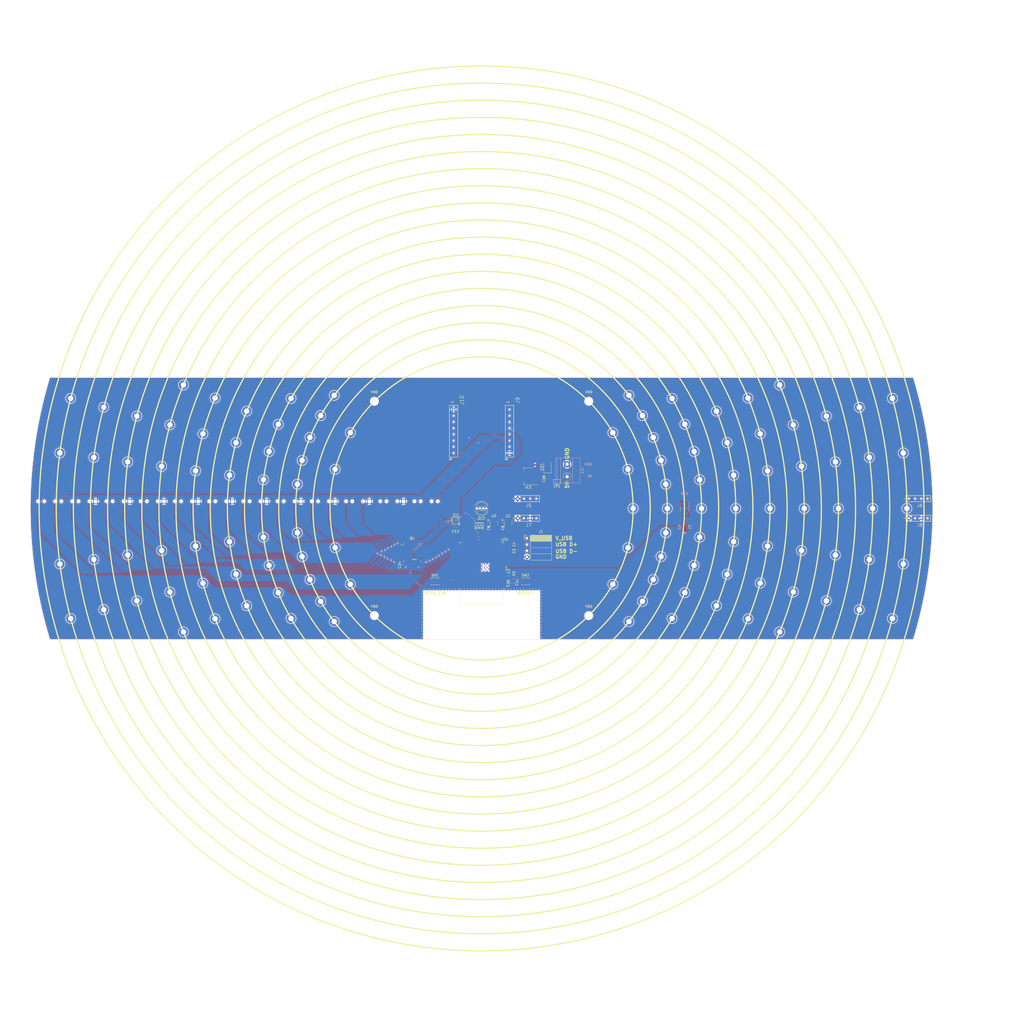
<source format=kicad_pcb>
(kicad_pcb (version 20221018) (generator pcbnew)
  (title_block (comment 4 "AISLER Project ID: NTOACMDE"))
  (layers (0 "F.Cu" signal) (1 "In1.Cu" power) (2 "In2.Cu" power) (31 "B.Cu" signal) (34 "B.Paste" user) (35 "F.Paste" user) (36 "B.SilkS" user "B.Silkscreen") (37 "F.SilkS" user "F.Silkscreen") (38 "B.Mask" user) (39 "F.Mask" user) (44 "Edge.Cuts" user))
  (net 0 "")
  (net 1 "Net-(U34-IO0)")
  (net 2 "Net-(U35-A)")
  (net 3 "/CLK unbuffered")
  (net 4 "/MISO unbuffered")
  (net 5 "/MOSI unbuffered")
  (net 6 "/CS0")
  (net 7 "/CS1 unbuffered")
  (net 9 "/LED_CLK")
  (net 10 "/LED_DATA")
  (net 19 "/GND")
  (net 20 "/3.3V")
  (net 21 "/SS12")
  (net 22 "/SS11")
  (net 23 "/SS10")
  (net 24 "/SS9")
  (net 25 "/SS8")
  (net 26 "/SS7")
  (net 27 "/SS6")
  (net 28 "/SS5")
  (net 29 "/SS4")
  (net 30 "/SS3")
  (net 31 "/SS2")
  (net 32 "/SS1")
  (net 33 "/MOSI")
  (net 34 "/CLK")
  (net 35 "/SS17")
  (net 36 "/SS18")
  (net 37 "/SS19")
  (net 38 "/SS20")
  (net 39 "/SS21")
  (net 40 "/SS22")
  (net 41 "/SS23")
  (net 42 "/SS24")
  (net 43 "/SS25")
  (net 44 "/SS26")
  (net 45 "/SS27")
  (net 46 "/SS28")
  (net 47 "/SS29")
  (net 48 "/SS30")
  (net 49 "/SS31")
  (net 50 "/SS32")
  (net 51 "/CS1")
  (net 52 "/SS16")
  (net 53 "/SS15")
  (net 54 "/SS14")
  (net 55 "/SS13")
  (net 56 "/MISO")
  (net 57 "/5V")
  (net 58 "/LDC_CLK")
  (net 59 "/LDC_INT")
  (net 60 "/LDC_CS")
  (net 61 "Net-(U34-EN)")
  (net 62 "/V_BUS")
  (net 69 "/USB_D-")
  (net 70 "/USB_D+")
  (net 83 "/QRE_OUT")
  (net 85 "/LED_CLK_unbuffered")
  (net 87 "/LED_DATA_unbuffered")
  (net 97 "Net-(D12-RK)")
  (net 98 "Net-(D12-GK)")
  (net 99 "Net-(D12-BK)")
  (net 100 "/LED_BLUE")
  (net 101 "/LED_GREEN")
  (net 102 "/LED_RED")
  (footprint "Own_Library:SAMTEC_SLW-104-01-G-S" (layer "F.Cu") (at 243.61 229 180)
    (fp_text reference "J7")
    (fp_text value "SLW-104-01-G-S" hide)
  )
  (footprint "Own_Library:MountingHole_M2_own" (layer "F.Cu") (at 338.979248 255.540647)
    (fp_text reference "H1" hide)
    (fp_text value "MountingHole_Pad" hide)
  )
  (footprint "MountingHole:MountingHole_3.2mm_M3_DIN965" (layer "F.Cu") (at 268.84062 268.84062)
    (fp_text reference "H60")
    (fp_text value "MountingHole")
  )
  (footprint "Own_Library:MountingHole_M2_own" (layer "F.Cu") (at 314.230038 236.747357)
    (fp_text reference "H1" hide)
    (fp_text value "MountingHole_Pad" hide)
  )
  (footprint "Own_Library:MountingHole_M2_own" (layer "F.Cu") (at 97.497791 190.835886)
    (fp_text reference "H1" hide)
    (fp_text value "MountingHole_Pad" hide)
  )
  (footprint "Own_Library:MountingHole_M2_own" (layer "F.Cu") (at 328.110266 211.425276)
    (fp_text reference "H1" hide)
    (fp_text value "MountingHole_Pad" hide)
  )
  (footprint "Own_Library:MountingHole_M2_own" (layer "F.Cu") (at 56.928906 179.965486)
    (fp_text reference "H1" hide)
    (fp_text value "MountingHole_Pad" hide)
  )
  (footprint "Own_Library:MountingHole_M2_own" (layer "F.Cu") (at 80.24905 244.056824)
    (fp_text reference "H1" hide)
    (fp_text value "MountingHole_Pad" hide)
  )
  (footprint "Own_Library:ESP32-S3-WROOM-1-N16R2" (layer "F.Cu") (at 225 251.61 180)
    (fp_text reference "U34")
    (fp_text value "ESP32-S3-WROOM-1-n16r8")
  )
  (footprint "Own_Library:MountingHole_M2_own" (layer "F.Cu") (at 147.057714 180)
    (fp_text reference "H1" hide)
    (fp_text value "MountingHole_Pad" hide)
  )
  (footprint "Own_Library:MountingHole_M2_own" (layer "F.Cu") (at 346.952098 275.514213)
    (fp_text reference "H1" hide)
    (fp_text value "MountingHole_Pad" hide)
  )
  (footprint "Capacitor_SMD:C_0402_1005Metric" (layer "F.Cu") (at 238.267 255.6121 -90)
    (fp_text reference "C1")
    (fp_text value "22µ")
  )
  (footprint "Own_Library:mill_max - 0670 RECEPTACLE WITH NO TAIL" (layer "F.Cu") (at 158.1 222.061 90)
    (fp_text reference "H45" hide)
    (fp_text value "MountingHole_Pad" hide)
  )
  (footprint "Own_Library:mill_max - 0670 RECEPTACLE WITH NO TAIL" (layer "F.Cu") (at 81.1 222.061 90)
    (fp_text reference "H23" hide)
    (fp_text value "MountingHole_Pad" hide)
  )
  (footprint "MountingHole:MountingHole_3.2mm_M3_DIN965" (layer "F.Cu") (at 268.84062 181.15938)
    (fp_text reference "H60")
    (fp_text value "MountingHole")
  )
  (footprint "Own_Library:MountingHole_M2_own" (layer "F.Cu") (at 124.543714 198.082819)
    (fp_text reference "H1" hide)
    (fp_text value "MountingHole_Pad" hide)
  )
  (footprint "Own_Library:MountingHole_M2_own" (layer "F.Cu") (at 397.511406 247.711557)
    (fp_text reference "H1" hide)
    (fp_text value "MountingHole_Pad" hide)
  )
  (footprint "Own_Library:MountingHole_M2_own" (layer "F.Cu") (at 128.916529 264.799077)
    (fp_text reference "H1" hide)
    (fp_text value "MountingHole_Pad" hide)
  )
  (footprint "Own_Library:MountingHole_M2_own" (layer "F.Cu") (at 171.306425 256)
    (fp_text reference "H1" hide)
    (fp_text value "MountingHole_Pad" hide)
  )
  (footprint "Own_Library:MountingHole_M2_own" (layer "F.Cu") (at 355.870722 242.229457)
    (fp_text reference "H1" hide)
    (fp_text value "MountingHole_Pad" hide)
  )
  (footprint "Own_Library:MountingHole_M2_own" (layer "F.Cu") (at 334.017785 179.843355)
    (fp_text reference "H1" hide)
    (fp_text value "MountingHole_Pad" hide)
  )
  (footprint "Own_Library:MountingHole_M2_own" (layer "F.Cu") (at 141.850842 190.558491)
    (fp_text reference "H1" hide)
    (fp_text value "MountingHole_Pad" hide)
  )
  (footprint "Own_Library:mill_max - 0670 RECEPTACLE WITH NO TAIL" (layer "F.Cu") (at 200.1 222.061 90)
    (fp_text reference "H57" hide)
    (fp_text value "MountingHole_Pad" hide)
  )
  (footprint "Own_Library:MountingHole_M2_own" (layer "F.Cu") (at 121.889734 238.574724)
    (fp_text reference "H1" hide)
    (fp_text value "MountingHole_Pad" hide)
  )
  (footprint "MountingHole:MountingHole_3.2mm_M3_DIN965" (layer "F.Cu") (at 181.15938 268.84062)
    (fp_text reference "H60")
    (fp_text value "MountingHole")
  )
  (footprint "Own_Library:MountingHole_M2_own" (layer "F.Cu") (at 154.785156 195.916059)
    (fp_text reference "H1" hide)
    (fp_text value "MountingHole_Pad" hide)
  )
  (footprint "Own_Library:mill_max - 0670 RECEPTACLE WITH NO TAIL" (layer "F.Cu") (at 64.56 222.061 90)
    (fp_text reference "H18" hide)
    (fp_text value "MountingHole_Pad" hide)
  )
  (footprint "Own_Library:MountingHole_M2_own" (layer "F.Cu") (at 66.368822 204.115809)
    (fp_text reference "H1" hide)
    (fp_text value "MountingHole_Pad" hide)
  )
  (footprint "Own_Library:MountingHole_M2_own" (layer "F.Cu") (at 385 225)
    (fp_text reference "H1" hide)
    (fp_text value "MountingHole_Pad" hide)
  )
  (footprint "Own_Library:MountingHole_M2_own" (layer "F.Cu") (at 159.182069 187)
    (fp_text reference "H1" hide)
    (fp_text value "MountingHole_Pad" hide)
  )
  (footprint "Own_Library:MountingHole_M2_own" (layer "F.Cu") (at 302.942286 270)
    (fp_text reference "H1" hide)
    (fp_text value "MountingHole_Pad" hide)
  )
  (footprint "Resistor_SMD:R_0402_1005Metric" (layer "F.Cu") (at 225.2 229.57 90)
    (fp_text reference "R14")
    (fp_text value "150")
  )
  (footprint "Own_Library:SAMTEC_SLW-104-01-G-S" (layer "F.Cu") (at 403.63 229 180)
    (fp_text reference "J8")
    (fp_text value "SLW-104-01-G-S" hide)
  )
  (footprint "Own_Library:mill_max - 0670 RECEPTACLE WITH NO TAIL" (layer "F.Cu") (at 127.56 222.061 90)
    (fp_text reference "H36" hide)
    (fp_text value "MountingHole_Pad" hide)
  )
  (footprint "Own_Library:MountingHole_M2_own" (layer "F.Cu") (at 284.887401 208.953219)
    (fp_text reference "H1" hide)
    (fp_text value "MountingHole_Pad" hide)
  )
  (footprint "Package_TO_SOT_SMD:SOT-223" (layer "F.Cu") (at 244.118 211.855 180)
    (fp_text reference "IC3")
    (fp_text value "LM3940IMP-3.3_NOPB")
  )
  (footprint "Own_Library:MountingHole_M2_own" (layer "F.Cu") (at 128.916529 185.200923)
    (fp_text reference "H1" hide)
    (fp_text value "MountingHole_Pad" hide)
  )
  (footprint "Own_Library:MountingHole_M2_own" (layer "F.Cu") (at 366.025171 187.212419)
    (fp_text reference "H1" hide)
    (fp_text value "MountingHole_Pad" hide)
  )
  (footprint "Own_Library:mill_max - 0670 RECEPTACLE WITH NO TAIL" (layer "F.Cu") (at 53.1 222.061 90)
    (fp_text reference "H15" hide)
    (fp_text value "MountingHole_Pad" hide)
  )
  (footprint "Own_Library:MountingHole_M2_own" (layer "F.Cu") (at 357 225)
    (fp_text reference "H1" hide)
    (fp_text value "MountingHole_Pad" hide)
  )
  (footprint "Capacitor_SMD:C_0402_1005Metric" (layer "F.Cu") (at 227.74555 231.091579 90)
    (fp_text reference "C6")
    (fp_text value "0.1µ")
  )
  (footprint "Own_Library:MountingHole_M2_own" (layer "F.Cu") (at 154.785156 254.083941)
    (fp_text reference "H1" hide)
    (fp_text value "MountingHole_Pad" hide)
  )
  (footprint "Own_Library:mill_max - 0670 RECEPTACLE WITH NO TAIL" (layer "F.Cu") (at 74.1 222.061 90)
    (fp_text reference "H21" hide)
    (fp_text value "MountingHole_Pad" hide)
  )
  (footprint "Own_Library:mill_max - 0670 RECEPTACLE WITH NO TAIL" (layer "F.Cu") (at 99.56 222.061 90)
    (fp_text reference "H28" hide)
    (fp_text value "MountingHole_Pad" hide)
  )
  (footprint "Button_Switch_SMD:SW_SPST_B3U-1000P" (layer "F.Cu") (at 242.9832 254.845 180)
    (fp_text reference "SW2")
    (fp_text value "SW_Reset")
  )
  (footprint "Own_Library:MountingHole_M2_own" (layer "F.Cu") (at 83.974829 187.212419)
    (fp_text reference "H1" hide)
    (fp_text value "MountingHole_Pad" hide)
  )
  (footprint "Own_Library:MountingHole_M2_own" (layer "F.Cu") (at 383.631178 245.884191)
    (fp_text reference "H1" hide)
    (fp_text value "MountingHole_Pad" hide)
  )
  (footprint "Own_Library:mill_max - 0670 RECEPTACLE WITH NO TAIL" (layer "F.Cu") (at 190.56 222.061 90)
    (fp_text reference "H54" hide)
    (fp_text value "MountingHole_Pad" hide)
  )
  (footprint "Own_Library:MountingHole_M2_own" (layer "F.Cu") (at 371 225)
    (fp_text reference "H1" hide)
    (fp_text value "MountingHole_Pad" hide)
  )
  (footprint "Own_Library:mill_max - 0670 RECEPTACLE WITH NO TAIL" (layer "F.Cu") (at 43.56 222.061 90)
    (fp_text reference "H12" hide)
    (fp_text value "MountingHole_Pad" hide)
  )
  (footprint "Package_TO_SOT_SMD:SOT-23-5" (layer "F.Cu") (at 235.899671 230.837579 90)
    (fp_text reference "U1")
    (fp_text value "SN74LV1T34DBV")
  )
  (footprint "Own_Library:MountingHole_M2_own" (layer "F.Cu") (at 393.071094 270.034514)
    (fp_text reference "H1" hide)
    (fp_text value "MountingHole_Pad" hide)
  )
  (footprint "Own_Library:mill_max - 0670 RECEPTACLE WITH NO TAIL" (layer "F.Cu") (at 162.56 222.061 90)
    (fp_text reference "H46" hide)
    (fp_text value "MountingHole_Pad" hide)
  )
  (footprint "Own_Library:mill_max - 0670 RECEPTACLE WITH NO TAIL" (layer "F.Cu") (at 57.56 222.061 90)
    (fp_text reference "H16" hide)
    (fp_text value "MountingHole_Pad" hide)
  )
  (footprint "Own_Library:MountingHole_M2_own" (layer "F.Cu") (at 165.112599 208.953219)
    (fp_text reference "H1" hide)
    (fp_text value "MountingHole_Pad" hide)
  )
  (footprint "Own_Library:mill_max - 0670 RECEPTACLE WITH NO TAIL" (layer "F.Cu") (at 50.56 222.061 90)
    (fp_text reference "H14" hide)
    (fp_text value "MountingHole_Pad" hide)
  )
  (footprint "Resistor_SMD:R_0402_1005Metric" (layer "F.Cu") (at 223.04 229.57 90)
    (fp_text reference "R12")
    (fp_text value "220")
  )
  (footprint "Own_Library:MountingHole_M2_own" (layer "F.Cu") (at 328.110266 238.574724)
    (fp_text reference "H1" hide)
    (fp_text value "MountingHole_Pad" hide)
  )
  (footprint "Capacitor_SMD:C_0402_1005Metric" (layer "F.Cu") (at 236.176 252.5641 90)
    (fp_text reference "C2")
    (fp_text value "1µ")
  )
  (footprint "Jumper:SolderJumper-2_P1.3mm_Open_Pad1.0x1.5mm" (layer "F.Cu") (at 255.802 214.141 180)
    (fp_text reference "JP1")
    (fp_text value "SolderJumper_2_Bridged")
  )
  (footprint "Own_Library:mill_max - 0670 RECEPTACLE WITH NO TAIL" (layer "F.Cu") (at 92.56 222.061 90)
    (fp_text reference "H26" hide)
    (fp_text value "MountingHole_Pad" hide)
  )
  (footprint "Own_Library:MountingHole_M2_own" (layer "F.Cu") (at 352.502209 259.164114)
    (fp_text reference "H1" hide)
    (fp_text value "MountingHole_Pad" hide)
  )
  (footprint "Own_Library:mill_max - 0670 RECEPTACLE WITH NO TAIL" (layer "F.Cu") (at 78.56 222.061 90)
    (fp_text reference "H22" hide)
    (fp_text value "MountingHole_Pad" hide)
  )
  (footprint "Own_Library:mill_max - 0670 RECEPTACLE WITH NO TAIL" (layer "F.Cu") (at 151.1 222.061 90)
    (fp_text reference "H43" hide)
    (fp_text value "MountingHole_Pad" hide)
  )
  (footprint "Own_Library:MountingHole_M2_own" (layer "F.Cu") (at 300.349809 215.080009)
    (fp_text reference "H1" hide)
    (fp_text value "MountingHole_Pad" hide)
  )
  (footprint "Own_Library:MountingHole_M2_own" (layer "F.Cu") (at 124.543714 251.917181)
    (fp_text reference "H1" hide)
    (fp_text value "MountingHole_Pad" hide)
  )
  (footprint "Own_Library:MountingHole_M2_own" (layer "F.Cu") (at 121.889734 211.425276)
    (fp_text reference "H1" hide)
    (fp_text value "MountingHole_Pad" hide)
  )
  (footprint "Own_Library:MountingHole_M2_own" (layer "F.Cu") (at 103.047902 174.485787)
    (fp_text reference "H1" hide)
    (fp_text value "MountingHole_Pad" hide)
  )
  (footprint "Own_Library:MountingHole_M2_own" (layer "F.Cu") (at 115.982215 270.156645)
    (fp_text reference "H1" hide)
    (fp_text value "MountingHole_Pad" hide)
  )
  (footprint "Capacitor_Tantalum_SMD:CP_EIA-3528-15_AVX-H" (layer "F.Cu") (at 251.992 208.045 90)
    (fp_text reference "C37")
    (fp_text value "33µF")
  )
  (footprint "Own_Library:SAMTEC-SLW-108-01-X-S" (layer "F.Cu") (at 213.57 193.411 -90)
    (fp_text reference "J10")
    (fp_text value "SAMTEC-SLW-108-01-X-S")
  )
  (footprint "Own_Library:MountingHole_M2_own" (layer "F.Cu") (at 301 225)
    (fp_text reference "H1" hide)
    (fp_text value "MountingHole_Pad" hide)
  )
  (footprint "Own_Library:MountingHole_M2_own" (layer "F.Cu") (at 399 225)
    (fp_text reference "H1" hide)
    (fp_text value "MountingHole_Pad" hide)
  )
  (footprint "Own_Library:MountingHole_M2_own" (layer "F.Cu") (at 308.149158 259.441509)
    (fp_text reference "H1" hide)
    (fp_text value "MountingHole_Pad" hide)
  )
  (footprint "Own_Library:MountingHole_M2_own" (layer "F.Cu") (at 159.182069 263)
    (fp_text reference "H1" hide)
    (fp_text value "MountingHole_Pad" hide)
  )
  (footprint "Own_Library:mill_max - 0670 RECEPTACLE WITH NO TAIL" (layer "F.Cu") (at 120.56 222.061 90)
    (fp_text reference "H34" hide)
    (fp_text value "MountingHole_Pad" hide)
  )
  (footprint "Own_Library:MountingHole_M2_own" (layer "F.Cu") (at 366.025171 262.787581)
    (fp_text reference "H1" hide)
    (fp_text value "MountingHole_Pad" hide)
  )
  (footprint "Own_Library:mill_max - 0670 RECEPTACLE WITH NO TAIL" (layer "F.Cu") (at 169.56 222.061 90)
    (fp_text reference "H48" hide)
    (fp_text value "MountingHole_Pad" hide)
  )
  (footprint "Own_Library:mill_max - 0670 RECEPTACLE WITH NO TAIL" (layer "F.Cu") (at 109.1 222.061 90)
    (fp_text reference "H31" hide)
    (fp_text value "MountingHole_Pad" hide)
  )
  (footprint "Own_Library:MountingHole_M2_own" (layer "F.Cu") (at 295.214844 254.083941)
    (fp_text reference "H1" hide)
    (fp_text value "MountingHole_Pad" hide)
  )
  (footprint "Own_Library:MountingHole_M2_own" (layer "F.Cu") (at 369.75095 244.056824)
    (fp_text reference "H1" hide)
    (fp_text value "MountingHole_Pad" hide)
  )
  (footprint "Own_Library:MountingHole_M2_own" (layer "F.Cu") (at 149.650191 215.080009)
    (fp_text reference "H1" hide)
    (fp_text value "MountingHole_Pad" hide)
  )
  (footprint "Own_Library:MountingHole_M2_own" (layer "F.Cu") (at 284.887401 241.046781)
    (fp_text reference "H1" hide)
    (fp_text value "MountingHole_Pad" hide)
  )
  (footprint "Own_Library:mill_max - 0670 RECEPTACLE WITH NO TAIL" (layer "F.Cu") (at 130.1 222.061 90)
    (fp_text reference "H37" hide)
    (fp_text value "MountingHole_Pad" hide)
  )
  (footprint "Own_Library:MountingHole_M2_own" (layer "F.Cu") (at 138.066676 248.293714)
    (fp_text reference "H1" hide)
    (fp_text value "MountingHole_Pad" hide)
  )
  (footprint "Own_Library:MountingHole_M2_own" (layer "F.Cu") (at 298.410363 244.670247)
    (fp_text reference "H1" hide)
    (fp_text value "MountingHole_Pad" hide)
  )
  (footprint "Own_Library:mill_max - 0670 RECEPTACLE WITH NO TAIL" (layer "F.Cu") (at 165.1 222.061 90)
    (fp_text reference "H47" hide)
    (fp_text value "MountingHole_Pad" hide)
  )
  (footprint "Own_Library:MountingHole_M2_own" (layer "F.Cu") (at 311.933324 248.293714)
    (fp_text reference "H1" hide)
    (fp_text value "MountingHole_Pad" hide)
  )
  (footprint "Own_Library:MountingHole_M2_own" (layer "F.Cu") (at 165.112599 241.046781)
    (fp_text reference "H1" hide)
    (fp_text value "MountingHole_Pad" hide)
  )
  (footprint "Own_Library:MountingHole_M2_own" (layer "F.Cu") (at 115.982215 179.843355)
    (fp_text reference "H1" hide)
    (fp_text value "MountingHole_Pad" hide)
  )
  (footprint "Own_Library:MountingHole_M2_own" (layer "F.Cu") (at 141.850842 259.441509)
    (fp_text reference "H1" hide)
    (fp_text value "MountingHole_Pad" hide)
  )
  (footprint "Own_Library:MountingHole_M2_own" (layer "F.Cu") (at 97.497791 259.164114)
    (fp_text reference "H1" hide)
    (fp_text value "MountingHole_Pad" hide)
  )
  (footprint "Own_Library:MountingHole_M2_own" (layer "F.Cu") (at 52.488594 202.288443)
    (fp_text reference "H1" hide)
    (fp_text value "MountingHole_Pad" hide)
  )
  (footprint "Own_Library:MountingHole_M2_own" (layer "F.Cu") (at 314.230038 213.252643)
    (fp_text reference "H1" hide)
    (fp_text value "MountingHole_Pad" hide)
  )
  (footprint "Own_Library:SAMTEC-SLW-108-01-X-S" (layer "F.Cu") (at 236.43 193.411 -90)
    (fp_text reference "J9")
    (fp_text value "SAMTEC-SLW-108-01-X-S")
  )
  (footprint "Own_Library:MountingHole_M2_own" (layer "F.Cu") (at 341.990494 209.597909)
    (fp_text reference "H1" hide)
    (fp_text value "MountingHole_Pad" hide)
  )
  (footprint "Own_Library:mill_max - 0670 RECEPTACLE WITH NO TAIL" (layer "F.Cu") (at 116.1 222.061 90)
    (fp_text reference "H33" hide)
    (fp_text value "MountingHole_Pad" hide)
  )
  (footprint "Resistor_SMD:R_0402_1005Metric" (layer "F.Cu") (at 238.267 253.64545 90)
    (fp_text reference "R3")
    (fp_text value "10k")
  )
  (footprint "Own_Library:mill_max - 0670 RECEPTACLE WITH NO TAIL" (layer "F.Cu") (at 155.56 222.061 90)
    (fp_text reference "H44" hide)
    (fp_text value "MountingHole_Pad" hide)
  )
  (footprint "Own_Library:MountingHole_M2_own" (layer "F.Cu") (at 52.488594 247.711557)
    (fp_text reference "H1" hide)
    (fp_text value "MountingHole_Pad" hide)
  )
  (footprint "Own_Library:MountingHole_M2_own" (layer "F.Cu") (at 70.451868 266.411047)
    (fp_text reference "H1" hide)
    (fp_text value "MountingHole_Pad" hide)
  )
  (footprint "Capacitor_SMD:C_0402_1005Metric" (layer "F.Cu") (at 239.605 239.6656 90)
    (fp_text reference "C4")
    (fp_text value "22pF")
  )
  (footprint "Own_Library:mill_max - 0670 RECEPTACLE WITH NO TAIL" (layer "F.Cu") (at 172.1 222.061 90)
    (fp_text reference "H49" hide)
    (fp_text value "MountingHole_Pad" hide)
  )
  (footprint "Own_Library:mill_max - 0670 RECEPTACLE WITH NO TAIL" (layer "F.Cu") (at 71.56 222.061 90)
    (fp_text reference "H20" hide)
    (fp_text value "MountingHole_Pad" hide)
  )
  (footprint "Own_Library:mill_max - 0670 RECEPTACLE WITH NO TAIL" (layer "F.Cu") (at 204.56 222.061 90)
    (fp_text reference "H58" hide)
    (fp_text value "MountingHole_Pad" hide)
  )
  (footprint "Own_Library:MountingHole_M2_own" (layer "F.Cu") (at 285.294854 271.265869)
    (fp_text reference "H1" hide)
    (fp_text value "MountingHole_Pad" hide)
  )
  (footprint "Own_Library:MountingHole_M2_own" (layer "F.Cu") (at 164.705146 271.265869)
    (fp_text reference "H1" hide)
    (fp_text value "MountingHole_Pad" hide)
  )
  (footprint "Own_Library:MountingHole_M2_own" (layer "F.Cu") (at 308.149158 190.558491)
    (fp_text reference "H1" hide)
    (fp_text value "MountingHole_Pad" hide)
  )
  (footprint "Own_Library:MountingHole_M2_own" (layer "F.Cu") (at 80.24905 205.943176)
    (fp_text reference "H1" hide)
    (fp_text value "MountingHole_Pad" hide)
  )
  (footprint "Own_Library:MountingHole_M2_own" (layer "F.Cu") (at 135.769962 236.747357)
    (fp_text reference "H1" hide)
    (fp_text value "MountingHole_Pad" hide)
  )
  (footprint "Own_Library:MountingHole_M2_own" (layer "F.Cu") (at 108.009506 209.597909)
    (fp_text reference "H1" hide)
    (fp_text value "MountingHole_Pad" hide)
  )
  (footprint "Capacitor_SMD:C_0402_1005Metric" (layer "F.Cu") (at 214.335071 232.573579 -90)
    (fp_text reference "C12")
    (fp_text value "0.1µ")
  )
  (footprint "Own_Library:MountingHole_M2_own" (layer "F.Cu") (at 341.990494 240.402091)
    (fp_text reference "H1" hide)
    (fp_text value "MountingHole_Pad" hide)
  )
  (footprint "Resistor_SMD:R_0402_1005Metric" (layer "F.Cu") (at 224.12 229.57 90)
    (fp_text reference "R13")
    (fp_text value "100")
  )
  (footprint "Own_Library:MountingHole_M2_own" (layer "F.Cu") (at 379.548132 183.588953)
    (fp_text reference "H1" hide)
    (fp_text value "MountingHole_Pad" hide)
  )
  (footprint "Own_Library:MountingHole_M2_own" (layer "F.Cu") (at 321.083471 264.799077)
    (fp_text reference "H1" hide)
    (fp_text value "MountingHole_Pad" hide)
  )
  (footprint "Capacitor_SMD:C_0603_1608Metric" (layer "F.Cu") (at 251.992 212.871 90)
    (fp_text reference "C38")
    (fp_text value "0.47µF")
  )
  (footprint "Capacitor_SMD:C_0402_1005Metric" (layer "F.Cu") (at 239.5954 242.3808 -90)
    (fp_text reference "C3")
    (fp_text value "22pF")
  )
  (footprint "Own_Library:MountingHole_M2_own" (layer "F.Cu") (at 83.974829 262.787581)
    (fp_text reference "H1" hide)
    (fp_text value "MountingHole_Pad" hide)
  )
  (footprint "Own_Library:mill_max - 0670 RECEPTACLE WITH NO TAIL" (layer "F.Cu") (at 88.1 222.061 90)
    (fp_text reference "H25" hide)
    (fp_text value "MountingHole_Pad" hide)
  )
  (footprint "Own_Library:MountingHole_M2_own" (layer "F.Cu") (at 111.020752 255.540647)
    (fp_text reference "H1" hide)
    (fp_text value "MountingHole_Pad" hide)
  )
  (footprint "Own_Library:MountingHole_M2_own" (layer "F.Cu") (at 290.817931 263)
    (fp_text reference "H1" hide)
    (fp_text value "MountingHole_Pad" hide)
  )
  (footprint "Connector_PinSocket_2.54mm:PinSocket_1x04_P2.54mm_Horizontal" (layer "F.Cu") (at 253.688 237.215)
    (fp_text reference "J1")
    (fp_text value "0022232041")
  )
  (footprint "Own_Library:MountingHole_M2_own" (layer "F.Cu") (at 138.066676 201.706286)
    (fp_text reference "H1" hide)
    (fp_text value "MountingHole_Pad" hide)
  )
  (footprint "Own_Library:mill_max - 0670 RECEPTACLE WITH NO TAIL" (layer "F.Cu") (at 85.56 222.061 90)
    (fp_text reference "H24" hide)
    (fp_text value "MountingHole_Pad" hide)
  )
  (footprint "Own_Library:mill_max - 0670 RECEPTACLE WITH NO TAIL" (layer "F.Cu") (at 141.56 222.061 90)
    (fp_text reference "H40" hide)
    (fp_text value "MountingHole_Pad" hide)
  )
  (footprint "Own_Library:MountingHole_M2_own" (layer "F.Cu") (at 149.650191 234.919991)
    (fp_text reference "H1" hide)
    (fp_text value "MountingHole_Pad" hide)
  )
  (footprint "Own_Library:MountingHole_M2_own" (layer "F.Cu") (at 151.589637 244.670247)
    (fp_text reference "H1" hide)
    (fp_text value "MountingHole_Pad" hide)
  )
  (footprint "Own_Library:MountingHole_M2_own" (layer "F.Cu") (at 56.928906 270.034514)
    (fp_text reference "H1" hide)
    (fp_text value "MountingHole_Pad" hide)
  )
  (footprint "Own_Library:mill_max - 0670 RECEPTACLE WITH NO TAIL" (layer "F.Cu") (at 176.56 222.061 90)
    (fp_text reference "H50" hide)
    (fp_text value "MountingHole_Pad" hide)
  )
  (footprint "Own_Library:MountingHole_M2_own" (layer "F.Cu") (at 315 225)
    (fp_text reference "H1" hide)
    (fp_text value "MountingHole_Pad" hide)
  )
  (footprint "Own_Library:MountingHole_M2_own" (layer "F.Cu") (at 94.129278 242.229457)
    (fp_text reference "H1" hide)
    (fp_text value "MountingHole_Pad" hide)
  )
  (footprint "Own_Library:MountingHole_M2_own" (layer "F.Cu") (at 325.456286 198.082819)
    (fp_text reference "H1" hide)
    (fp_text value "MountingHole_Pad" hide)
  )
  (footprint "Own_Library:mill_max - 0670 RECEPTACLE WITH NO TAIL" (layer "F.Cu") (at 123.1 222.061 90)
    (fp_text reference "H35" hide)
    (fp_text value "MountingHole_Pad" hide)
  )
  (footprint "Own_Library:MountingHole_M2_own" (layer "F.Cu") (at 355.870722 207.770543)
    (fp_text reference "H1" hide)
    (fp_text value "MountingHole_Pad" hide)
  )
  (footprint "Capacitor_SMD:C_0402_1005Metric" (layer "F.Cu") (at 233.5852 231.0706 90)
    (fp_text reference "C5")
    (fp_text value "0.1µ")
  )
  (footprint "Capacitor_SMD:C_0402_1005Metric" (layer "F.Cu") (at 237.065 255.6121 -90)
    (fp_text reference "C36")
    (fp_text value "0.1µ")
  )
  (footprint "Own_Library:mill_max - 0670 RECEPTACLE WITH NO TAIL" (layer "F.Cu") (at 144.1 222.061 90)
    (fp_text reference "H41" hide)
    (fp_text value "MountingHole_Pad" hide)
  )
  (footprint "Own_Library:MountingHole_M2_own" (layer "F.Cu") (at 278.693575 194)
    (fp_text reference "H1" hide)
    (fp_text value "MountingHole_Pad" hide)
  )
  (footprint "Own_Library:MountingHole_M2_own" (layer "F.Cu") (at 290.817931 187)
    (fp_text reference "H1" hide)
    (fp_text value "MountingHole_Pad" hide)
  )
  (footprint "Own_Library:MountingHole_M2_own" (layer "F.Cu") (at 346.952098 174.485787)
    (fp_text reference "H1" hide)
    (fp_text value "MountingHole_Pad" hide)
  )
  (footprint "Own_Library:mill_max - 0670 RECEPTACLE WITH NO TAIL" (layer "F.Cu") (at 102.1 222.061 90)
    (fp_text reference "H29" hide)
    (fp_text value "MountingHole_Pad" hide)
  )
  (footprint "Own_Library:mill_max - 0670 RECEPTACLE WITH NO TAIL" (layer "F.Cu") (at 46.1 222.061 90)
    (fp_text reference "H13" hide)
    (fp_text value "MountingHole_Pad" hide)
  )
  (footprint "Own_Library:MountingHole_M2_own" (layer "F.Cu") (at 383.631178 204.115809)
    (fp_text reference "H1" hide)
    (fp_text value "MountingHole_Pad" hide)
  )
  (footprint "Capacitor_SMD:C_0402_1005Metric" (layer "F.Cu") (at 192.683 248.141 90)
    (fp_text reference "C34")
    (fp_text value "0.1µ")
  )
  (footprint "Own_Library:MountingHole_M2_own" (layer "F.Cu") (at 66.368822 245.884191)
    (fp_text reference "H1" hide)
    (fp_text value "MountingHole_Pad" hide)
  )
  (footprint "Own_Library:mill_max - 0670 RECEPTACLE WITH NO TAIL" (layer "F.Cu") (at 134.56 222.061 90)
    (fp_text reference "H38" hide)
    (fp_text value "MountingHole_Pad" hide)
  )
  (footprint "Own_Library:MountingHole_M2_own" (layer "F.Cu") (at 300.349809 234.919991)
    (fp_text reference "H1" hide)
    (fp_text value "MountingHole_Pad" hide)
  )
  (footprint "Own_Library:MountingHole_M2_own" (layer "F.Cu") (at 111.020752 194.459353)
    (fp_text reference "H1" hide)
    (fp_text value "MountingHole_Pad" hide)
  )
  (footprint "Own_Library:mill_max - 0670 RECEPTACLE WITH NO TAIL" (layer "F.Cu") (at 186.1 222.061 90)
    (fp_text reference "H53" hide)
    (fp_text value "MountingHole_Pad" hide)
  )
  (footprint "Own_Library:SAMTEC_SLW-104-01-G-S" (layer "F.Cu") (at 403.63 221 180)
    (fp_text reference "J6")
    (fp_text value "SLW-104-01-G-S" hide)
  )
  (footprint "Own_Library:MountingHole_M2_own" (layer "F.Cu") (at 369.75095 205.943176)
    (fp_text reference "H1" hide)
    (fp_text value "MountingHole_Pad" hide)
  )
  (footprint "Own_Library:MountingHole_M2_own" (layer "F.Cu") (at 164.705146 178.734131)
    (fp_text reference "H1" hide)
    (fp_text value "MountingHole_Pad" hide)
  )
  (footprint "Own_Library:MountingHole_M2_own" (layer "F.Cu") (at 393.071094 179.965486)
    (fp_text reference "H1" hide)
    (fp_text value "MountingHole_Pad" hide)
  )
  (footprint "Own_Library:mill_max - 0670 RECEPTACLE WITH NO TAIL" (layer "F.Cu") (at 193.1 222.061 90)
    (fp_text reference "H55" hide)
    (fp_text value "MountingHole_Pad" hide)
  )
  (footprint "Own_Library:MountingHole_M2_own" (layer "F.Cu") (at 397.511406 202.288443)
    (fp_text reference "H1" hide)
    (fp_text value "MountingHole_Pad" hide)
  )
  (footprint "Own_Library:mill_max - 0670 RECEPTACLE WITH NO TAIL" (layer "F.Cu") (at 207.1 222.061 90)
    (fp_text reference "H59" hide)
    (fp_text value "MountingHole_Pad" hide)
  )
  (footprint "Button_Switch_SMD:SW_SPST_B3U-1000P" (layer "F.Cu") (at 205.95 254.845)
    (fp_text reference "SW1")
    (fp_text value "SW_Boot")
  )
  (footprint "Own_Library:MountingHole_M2_own" (layer "F.Cu") (at 171.306425 194)
    (fp_text reference "H1" hide)
    (fp_text value "MountingHole_Pad" hide)
  )
  (footprint "Own_Library:MountingHole_M2_own" (layer "F.Cu") (at 147.057714 270)
    (fp_text reference "H1" hide)
    (fp_text value "MountingHole_Pad" hide)
  )
  (footprint "Package_TO_SOT_SMD:SOT-23-5" (layer "F.Cu") (at 230.057671 230.837579 90)
    (fp_text reference "U2")
    (fp_text value "SN74LV1T34DBV")
  )
  (footprint "MountingHole:MountingHole_3.2mm_M3_DIN965" (layer "F.Cu") (at 181.15938 181.15938)
    (fp_text reference "H60")
    (fp_text value "MountingHole")
  )
  (footprint "Own_Library:MountingHole_M2_own" (layer "F.Cu") (at 295.214844 195.916059)
    (fp_text reference "H1" hide)
    (fp_text value "MountingHole_Pad" hide)
  )
  (footprint "Own_Library:MountingHole_M2_own" (layer "F.Cu") (at 302.942286 180)
    (fp_text reference "H1" hide)
    (fp_text value "MountingHole_Pad" hide)
  )
  (footprint "Own_Library:mill_max - 0670 RECEPTACLE WITH NO TAIL" (layer "F.Cu") (at 67.1 222.061 90)
    (fp_text reference "H19" hide)
    (fp_text value "MountingHole_Pad" hide)
  )
  (footprint "Own_Library:MountingHole_M2_own" (layer "F.Cu") (at 352.502209 190.835886)
    (fp_text reference "H1" hide)
    (fp_text value "MountingHole_Pad" hide)
  )
  (footprint "Own_Library:MountingHole_M2_own" (layer "F.Cu") (at 135.769962 213.252643)
    (fp_text reference "H1" hide)
    (fp_text value "MountingHole_Pad" hide)
  )
  (footprint "Own_Library:MountingHole_M2_own" (layer "F.Cu") (at 379.548132 266.411047)
    (fp_text reference "H1" hide)
    (fp_text value "MountingHole_Pad" hide)
  )
  (footprint "Own_Library:MountingHole_M2_own" (layer "F.Cu") (at 321.083471 185.200923)
    (fp_text reference "H1" hide)
    (fp_text value "MountingHole_Pad" hide)
  )
  (footprint "Own_Library:MountingHole_M2_own" (layer "F.Cu") (at 334.017785 270.156645)
    (fp_text reference "H1" hide)
    (fp_text value "MountingHole_Pad" hide)
  )
  (footprint "Own_Library:mill_max - 0670 RECEPTACLE WITH NO TAIL" (layer "F.Cu") (at 95.1 222.061 90)
    (fp_text reference "H27" hide)
    (fp_text value "MountingHole_Pad" hide)
  )
  (footprint "Own_Library:mill_max - 0670 RECEPTACLE WITH NO TAIL" (layer "F.Cu") (at 137.1 222.061 90)
    (fp_text reference "H39" hide)
    (fp_text value "MountingHole_Pad" hide)
  )
  (footprint "Own_Library:SAMTEC_SLW-104-01-G-S" (layer "F.Cu") (at 243.61 221 180)
    (fp_text reference "J5")
    (fp_text value "SLW-104-01-G-S" hide)
  )
  (footprint "Own_Library:MountingHole_M2_own" (layer "F.Cu") (at 298.410363 205.329753)
    (fp_text reference "H1" hide)
    (fp_text value "MountingHole_Pad" hide)
  )
  (footprint "Own_Library:MountingHole_M2_own" (layer "F.Cu") (at 94.129278 207.770543)
    (fp_text reference "H1" hide)
    (fp_text value "MountingHole_Pad" hide)
  )
  (footprint "Own_Library:MountingHole_M2_own" (layer "F.Cu") (at 108.009506 240.402091)
    (fp_text reference "H1" hide)
    (fp_text value "MountingHole_Pad" hide)
  )
  (footprint "Own_Library:MountingHole_M2_own" (layer "F.Cu") (at 311.933324 201.706286)
    (fp_text reference "H1" hide)
    (fp_text value "MountingHole_Pad" hide)
  )
  (footprint "Own_Library:MountingHole_M2_own" (layer "F.Cu") (at 325.456286 251.917181)
    (fp_text reference "H1" hide)
    (fp_text value "MountingHole_Pad" hide)
  )
  (footprint "Own_Library:MountingHole_M2_own" (layer "F.Cu") (at 70.451868 183.588953)
    (fp_text reference "H1" hide)
    (fp_text value "MountingHole_Pad" hide)
  )
  (footprint "Own_Library:mill_max - 0670 RECEPTACLE WITH NO TAIL" (layer "F.Cu") (at 113.56 222.061 90)
    (fp_text reference "H32" hide)
    (fp_text value "MountingHole_Pad" hide)
  )
  (footprint "Own_Library:mill_max - 0670 RECEPTACLE WITH NO TAIL" (layer "F.Cu") (at 183.56 222.061 90)
    (fp_text reference "H52" hide)
    (fp_text value "MountingHole_Pad" hide)
  )
  (footprint "Own_Library:QFN_04RUTR_TEX" (layer "F.Cu") (at 214.335071 230.033579 180)
    (fp_text reference "IC2")
    (fp_text value "TXU0304RUTR" hide)
  )
  (footprint "Own_Library:mill_max - 0670 RECEPTACLE WITH NO TAIL" (layer "F.Cu") (at 106.56 222.061 90)
    (fp_text reference "H30" hide)
    (fp_text value "MountingHole_Pad" hide)
  )
  (footprint "Own_Library:MountingHole_M2_own" (layer "F.Cu") (at 329 225)
    (fp_text reference "H1" hide)
    (fp_text value "MountingHole_Pad" hide)
  )
  (footprint "LED_THT:LED_D5.0mm-4_RGB" (layer "F.Cu") (at 226.9 225 180)
    (fp_text reference "D12")
    (fp_text value "LED_BGAR")
  )
  (footprint "Own_Library:mill_max - 0670 RECEPTACLE WITH NO TAIL" (layer "F.Cu") (at 60.1 222.061 90)
    (fp_text reference "H17" hide)
    (fp_text value "MountingHole_Pad" hide)
  )
  (footprint "Own_Library:MountingHole_M2_own" (layer "F.Cu") (at 338.979248 194.459353)
    (fp_text reference "H1" hide)
    (fp_text value "MountingHole_Pad" hide)
  )
  (footprint "Own_Library:mill_max - 0670 RECEPTACLE WITH NO TAIL" (layer "F.Cu") (at 179.1 222.061 90)
    (fp_text reference "H51" hide)
    (fp_text value "MountingHole_Pad" hide)
  )
  (footprint "Own_Library:mill_max - 0670 RECEPTACLE WITH NO TAIL" (layer "F.Cu") (at 197.56 222.061 90)
    (fp_text reference "H56" hide)
    (fp_text value "MountingHole_Pad" hide)
  )
  (footprint "Own_Library:MountingHole_M2_own" (layer "F.Cu") (at 278.693575 256)
    (fp_text reference "H1" hide)
    (fp_text value "MountingHole_Pad" hide)
  )
  (footprint "Own_Library:MountingHole_M2_own" (layer "F.Cu") (at 103.047902 275.514213)
    (fp_text reference "H1" hide)
    (fp_text value "MountingHole_Pad" hide)
  )
  (footprint "Own_Library:MountingHole_M2_own" (layer "F.Cu") (at 287 225)
    (fp_text reference "H1" hide)
    (fp_text value "MountingHole_Pad" hide)
  )
  (footprint "Own_Library:MountingHole_M2_own" (layer "F.Cu") (at 151.589637 205.329753)
    (fp_text reference "H1" hide)
    (fp_text value "MountingHole_Pad" hide)
  )
  (footprint "Own_Library:MountingHole_M2_own" (layer "F.Cu") (at 285.294854 178.734131)
    (fp_text reference "H1" hide)
    (fp_text value "MountingHole_Pad" hide)
  )
  (footprint "Own_Library:MountingHole_M2_own" (layer "F.Cu") (at 343 225)
    (fp_text reference "H1" hide)
    (fp_text value "MountingHole_Pad" hide)
  )
  (footprint "Own_Library:mill_max - 0670 RECEPTACLE WITH NO TAIL" (layer "F.Cu") (at 148.56 222.061 90)
    (fp_text reference "H42" hide)
    (fp_text value "MountingHole_Pad" hide)
  )
  (footprint "Package_QFP:TQFP-48_7x7mm_P0.5mm" (layer "F.Cu") (at 196.661952 243.098)
    (fp_text reference "IC1")
    (fp_text value "ADG731BSUZ")
  )
  (footprint "Resistor_SMD:R_0402_1005Metric" (layer "B.Cu") (at 307.221998 232.634998 -90)
    (fp_text reference "R2")
    (fp_text value "10K")
  )
  (footprint "Resistor_SMD:R_0402_1005Metric" (layer "B.Cu") (at 309.074 232.62 90)
    (fp_text reference "R1")
    (fp_text value "100")
  )
  (footprint "TerminalBlock_Phoenix:TerminalBlock_Phoenix_MKDS-1,5-2-5.08_1x02_P5.08mm_Horizontal" (layer "B.Cu") (at 260 212 90)
    (fp_text reference "J11")
    (fp_text value "Screw_Terminal_01x02")
  )
  (footprint "OptoDevice:OnSemi_CASE100CY" (layer "B.Cu") (at 308.058 225 180)
    (fp_text reference "U35")
    (fp_text value "QRE1113GR")
  )
  (gr_circle locked (center 225 225) (end 287 225) (stroke (width 0.5)) (fill none) (layer "F.SilkS"))
  (gr_circle locked (center 225 225) (end 315 225) (stroke (width 0.5)) (fill none) (layer "F.SilkS"))
  (gr_circle locked (center 225 225) (end 364 225) (stroke (width 0.5)) (fill none) (layer "F.SilkS"))
  (gr_circle locked (center 225 225) (end 399 225) (stroke (width 0.5)) (fill none) (layer "F.SilkS"))
  (gr_circle locked (center 225 225) (end 357 225) (stroke (width 0.5)) (fill none) (layer "F.SilkS"))
  (gr_circle locked (center 225 225) (end 329 225) (stroke (width 0.5)) (fill none) (layer "F.SilkS"))
  (gr_circle locked (center 225 225) (end 294 225) (stroke (width 0.5)) (fill none) (layer "F.SilkS"))
  (gr_circle locked (center 225 225) (end 385 225) (stroke (width 0.5)) (fill none) (layer "F.SilkS"))
  (gr_circle locked (center 225 225) (end 336 225) (stroke (width 0.5)) (fill none) (layer "F.SilkS"))
  (gr_circle locked (center 225 225) (end 308 225) (stroke (width 0.5)) (fill none) (layer "F.SilkS"))
  (gr_circle locked (center 225 225) (end 343 225) (stroke (width 0.5)) (fill none) (layer "F.SilkS"))
  (gr_circle locked (center 225 225) (end 392 225) (stroke (width 0.5)) (fill none) (layer "F.SilkS"))
  (gr_circle locked (center 225 225) (end 322 225) (stroke (width 0.5)) (fill none) (layer "F.SilkS"))
  (gr_circle locked (center 225 225) (end 406 225) (stroke (width 0.5)) (fill none) (layer "F.SilkS"))
  (gr_circle locked (center 225 225) (end 301 225) (stroke (width 0.5)) (fill none) (layer "F.SilkS"))
  (gr_circle locked (center 225 225) (end 378 225) (stroke (width 0.5)) (fill none) (layer "F.SilkS"))
  (gr_circle locked (center 225 225) (end 371 225) (stroke (width 0.5)) (fill none) (layer "F.SilkS"))
  (gr_circle locked (center 225 225) (end 350 225) (stroke (width 0.5)) (fill none) (layer "F.SilkS"))
  (gr_line (start 48.280214 278.693621) (end 401.721185 278.693621) (stroke (width 0.1)) (layer "Edge.Cuts"))
  (gr_line (start 48.2802 171.306425) (end 401.7212 171.306425) (stroke (width 0.1)) (layer "Edge.Cuts"))
  (gr_arc (start 401.721199 171.306425) (mid 409.698084 225.000024) (end 401.721185 278.693621) (stroke (width 0.1)) (layer "Edge.Cuts"))
  (gr_arc (start 48.280214 278.693621) (mid 40.303255 225.000024) (end 48.2802 171.306425) (stroke (width 0.1)) (layer "Edge.Cuts"))
  (gr_text "5V" (at 270.212 212.427) (layer "B.SilkS") (effects (font (size 1 1)) (justify left bottom mirror)))
  (gr_text "GND\n" (at 270.339 207.474) (layer "B.SilkS") (effects (font (size 1 1)) (justify left bottom mirror)))
  (gr_text "USB D+\n" (at 255.04 240.557) (layer "F.SilkS") (effects (font (size 1.5 1.5) (thickness 0.3) bold) (justify left bottom)))
  (gr_text "5V" (at 260.882 216.935 90) (layer "F.SilkS") (effects (font (size 1.5 1.5) (thickness 0.3) bold) (justify left bottom)))
  (gr_text "GND" (at 255.04 245.637) (layer "F.SilkS") (effects (font (size 1.5 1.5) (thickness 0.3) bold) (justify left bottom)))
  (gr_text "USB D-" (at 255.04 243.351) (layer "F.SilkS") (effects (font (size 1.5 1.5) (thickness 0.3) bold) (justify left bottom)))
  (gr_text "GND" (at 260.882 204.997 90) (layer "F.SilkS") (effects (font (size 1.5 1.5) (thickness 0.3) bold) (justify left bottom)))
  (gr_text "V_USB\n" (at 255.04 238.017) (layer "F.SilkS") (effects (font (size 1.5 1.5) (thickness 0.3) bold) (justify left bottom)))
  (gr_text "RESET\n" (at 239.478 260.433) (layer "F.SilkS") (effects (font (size 1.5 1.5) (thickness 0.3) bold) (justify left bottom)))
  (gr_text "PRG_EN" (at 201.632 260.433) (layer "F.SilkS") (effects (font (size 1.5 1.5) (thickness 0.3) bold) (justify left bottom)))
  (segment (start 212.935 252.305) (end 212.935 241.51) (width 0.4) (layer "F.Cu") (net 1))
  (segment (start 210.395 254.845) (end 212.935 252.305) (width 0.4) (layer "F.Cu") (net 1))
  (segment (start 214.085 240.36) (end 216.25 240.36) (width 0.4) (layer "F.Cu") (net 1))
  (segment (start 212.935 241.51) (end 214.085 240.36) (width 0.4) (layer "F.Cu") (net 1))
  (segment (start 207.65 254.845) (end 210.395 254.845) (width 0.4) (layer "F.Cu") (net 1))
  (segment (start 308.058 231.094) (end 308.058 223.942) (width 0.4) (layer "B.Cu") (net 2))
  (segment (start 308.058 223.942) (end 308.958 223.042) (width 0.4) (layer "B.Cu") (net 2))
  (segment (start 309.074 232.11) (end 308.058 231.094) (width 0.4) (layer "B.Cu") (net 2))
  (segment (start 215.605071 230.033579) (end 216.368379 230.033579) (width 0.3) (layer "F.Cu") (net 3))
  (segment (start 216.368379 230.033579) (end 217.8626 231.5278) (width 0.3) (layer "F.Cu") (net 3))
  (segment (start 217.8626 231.5278) (end 217.8626 234.7536) (width 0.3) (layer "F.Cu") (net 3))
  (segment (start 220.555 237.446) (end 220.555 239.11) (width 0.3) (layer "F.Cu") (net 3))
  (segment (start 214.960071 230.033579) (end 215.605071 230.033579) (width 0.2) (layer "F.Cu") (net 3))
  (segment (start 217.8626 234.7536) (end 220.555 237.446) (width 0.3) (layer "F.Cu") (net 3))
  (segment (start 221.0376 233.6868) (end 221.0376 230.030508) (width 0.3) (layer "F.Cu") (net 4))
  (segment (start 216.062271 227.849179) (end 215.046271 228.865179) (width 0.3) (layer "F.Cu") (net 4))
  (segment (start 218.856271 227.849179) (end 216.062271 227.849179) (width 0.3) (layer "F.Cu") (net 4))
  (segment (start 214.960071 228.951379) (end 215.046271 228.865179) (width 0.2) (layer "F.Cu") (net 4))
  (segment (start 214.960071 229.233479) (end 214.960071 228.951379) (width 0.2) (layer "F.Cu") (net 4))
  (segment (start 223.095 239.11) (end 223.095 235.7442) (width 0.3) (layer "F.Cu") (net 4))
  (segment (start 221.0376 230.030508) (end 218.856271 227.849179) (width 0.3) (layer "F.Cu") (net 4))
  (segment (start 223.095 235.7442) (end 221.0376 233.6868) (width 0.3) (layer "F.Cu") (net 4))
  (segment (start 214.960071 230.433629) (end 215.497121 230.433629) (width 0.2) (layer "F.Cu") (net 5))
  (segment (start 219.285 238.208) (end 216.0846 235.0076) (width 0.3) (layer "F.Cu") (net 5))
  (segment (start 216.0846 231.021108) (end 215.605071 230.541579) (width 0.3) (layer "F.Cu") (net 5))
  (segment (start 215.497121 230.433629) (end 215.605071 230.541579) (width 0.2) (layer "F.Cu") (net 5))
  (segment (start 219.285 239.11) (end 219.285 238.208) (width 0.3) (layer "F.Cu") (net 5))
  (segment (start 216.0846 235.0076) (end 216.0846 231.021108) (width 0.3) (layer "F.Cu") (net 5))
  (segment (start 195.911952 252.598) (end 200.161952 256.848) (width 0.3) (layer "F.Cu") (net 6))
  (segment (start 214.813 255.6) (end 216.25 255.6) (width 0.3) (layer "F.Cu") (net 6))
  (segment (start 195.911952 247.2605) (end 195.911952 252.598) (width 0.3) (layer "F.Cu") (net 6))
  (segment (start 200.161952 256.848) (end 213.565 256.848) (width 0.3) (layer "F.Cu") (net 6))
  (segment (start 213.565 256.848) (end 214.813 255.6) (width 0.3) (layer "F.Cu") (net 6))
  (segment (start 219.4882 231.0706) (end 219.4882 234.398) (width 0.3) (layer "F.Cu") (net 7))
  (segment (start 219.4882 234.398) (end 221.825 236.7348) (width 0.3) (layer "F.Cu") (net 7))
  (segment (start 215.605071 229.271579) (end 215.605071 229.313077) (width 0.2) (layer "F.Cu") (net 7))
  (segment (start 215.605071 229.313077) (end 215.284619 229.633529) (width 0.2) (layer "F.Cu") (net 7))
  (segment (start 215.284619 229.633529) (end 214.960071 229.633529) (width 0.2) (layer "F.Cu") (net 7))
  (segment (start 221.825 236.7348) (end 221.825 239.11) (width 0.3) (layer "F.Cu") (net 7))
  (segment (start 217.689179 229.271579) (end 219.4882 231.0706) (width 0.3) (layer "F.Cu") (net 7))
  (segment (start 215.605071 229.271579) (end 217.689179 229.271579) (width 0.3) (layer "F.Cu") (net 7))
  (segment (start 236.849671 229.030329) (end 244.88 221) (width 0.4) (layer "F.Cu") (net 9))
  (segment (start 236.849671 229.700079) (end 236.849671 229.030329) (width 0.4) (layer "F.Cu") (net 9))
  (segment (start 238.335621 225.004379) (end 242.34 221) (width 0.4) (layer "F.Cu") (net 10))
  (segment (start 235.703371 225.004379) (end 238.335621 225.004379) (width 0.4) (layer "F.Cu") (net 10))
  (segment (start 231.007671 229.700079) (end 235.703371 225.004379) (width 0.4) (layer "F.Cu") (net 10))
  (segment (start 198.911952 247.198) (end 199.411952 247.198) (width 0.3) (layer "F.Cu") (net 19))
  (segment (start 214.335071 229.258579) (end 214.335071 228.204779) (width 0.2) (layer "F.Cu") (net 19))
  (via (at 233.5852 232.4142) (size 0.8) (drill 0.4) (layers "F.Cu" "B.Cu") (net 19))
  (via (at 235.812 257.979) (size 0.7) (drill 0.3) (layers "F.Cu" "B.Cu") (net 19))
  (via (at 204.062 257.979) (size 0.7) (drill 0.3) (layers "F.Cu" "B.Cu") (net 19))
  (via (at 210.500282 230.273752) (size 0.7) (drill 0.3) (layers "F.Cu" "B.Cu") (net 19))
  (via (at 249.4264 267.4532) (size 0.7) (drill 0.3) (layers "F.Cu" "B.Cu") (net 19))
  (via (at 220.0978 227.6924) (size 0.7) (drill 0.3) (layers "F.Cu" "B.Cu") (net 19))
  (via (at 209.142 257.979) (size 0.7) (drill 0.3) (layers "F.Cu" "B.Cu") (net 19))
  (via (at 222.0536 232.3152) (size 0.7) (drill 0.3) (layers "F.Cu" "B.Cu") (net 19))
  (via (at 200.5568 259.884) (size 0.7) (drill 0.3) (layers "F.Cu" "B.Cu") (net 19))
  (via (at 200.5568 275.124) (size 0.7) (drill 0.3) (layers "F.Cu" "B.Cu") (net 19))
  (via (at 221.5964 229.1656) (size 0.7) (drill 0.3) (layers "F.Cu" "B.Cu") (net 19))
  (via (at 200.5568 266.234) (size 0.7) (drill 0.3) (layers "F.Cu" "B.Cu") (net 19))
  (via (at 249.4264 277.6132) (size 0.7) (drill 0.3) (layers "F.Cu" "B.Cu") (net 19))
  (via (at 210.412 257.979) (size 0.7) (drill 0.3) (layers "F.Cu" "B.Cu") (net 19))
  (via (at 229.462 257.979) (size 0.7) (drill 0.3) (layers "F.Cu" "B.Cu") (net 19))
  (via (at 240.892 257.979) (size 0.7) (drill 0.3) (layers "F.Cu" "B.Cu") (net 19))
  (via (at 238.352 257.979) (size 0.7) (drill 0.3) (layers "F.Cu" "B.Cu") (net 19))
  (via (at 234.542 257.979) (size 0.7) (drill 0.3) (layers "F.Cu" "B.Cu") (net 19))
  (via (at 249.4264 273.8032) (size 0.7) (drill 0.3) (layers "F.Cu" "B.Cu") (net 19))
  (via (at 219.302 257.979) (size 0.7) (drill 0.3) (layers "F.Cu" "B.Cu") (net 19))
  (via (at 200.5568 277.664) (size 0.7) (drill 0.3) (layers "F.Cu" "B.Cu") (net 19))
  (via (at 223.8062 236.4808) (size 0.7) (drill 0.3) (layers "F.Cu" "B.Cu") (net 19))
  (via (at 247.242 257.979) (size 0.7) (drill 0.3) (layers "F.Cu" "B.Cu") (net 19))
  (via (at 216.762 257.979) (size 0.7) (drill 0.3) (layers "F.Cu" "B.Cu") (net 19))
  (via (at 222.0028 230.0546) (size 0.7) (drill 0.3) (layers "F.Cu" "B.Cu") (net 19))
  (via (at 200.5568 258.614) (size 0.7) (drill 0.3) (layers "F.Cu" "B.Cu") (net 19))
  (via (at 221.842 257.979) (size 0.7) (drill 0.3) (layers "F.Cu" "B.Cu") (net 19))
  (via (at 237.082 257.979) (size 0.7) (drill 0.3) (layers "F.Cu" "B.Cu") (net 19))
  (via (at 219.3104 227.0828) (size 0.7) (drill 0.3) (layers "F.Cu" "B.Cu") (net 19))
  (via (at 207.872 257.979) (size 0.7) (drill 0.3) (layers "F.Cu" "B.Cu") (net 19))
  (via (at 218.3198 226.905) (size 0.7) (drill 0.3) (layers "F.Cu" "B.Cu") (net 19))
  (via (at 201.522 257.979) (size 0.7) (drill 0.3) (layers "F.Cu" "B.Cu") (net 19))
  (via (at 222.2822 233.509) (size 0.7) (drill 0.3) (layers "F.Cu" "B.Cu") (net 19))
  (via (at 220.572 257.979) (size 0.7) (drill 0.3) (layers "F.Cu" "B.Cu") (net 19))
  (via (at 200.5568 261.154) (size 0.7) (drill 0.3) (layers "F.Cu" "B.Cu") (net 19))
  (via (at 244.702 257.979) (size 0.7) (drill 0.3) (layers "F.Cu" "B.Cu") (net 19))
  (via (at 243.432 257.979) (size 0.7) (drill 0.3) (layers "F.Cu" "B.Cu") (net 19))
  (via (at 249.4264 272.5332) (size 0.7) (drill 0.3) (layers "F.Cu" "B.Cu") (net 19))
  (via (at 223.112 257.979) (size 0.7) (drill 0.3) (layers "F.Cu" "B.Cu") (net 19))
  (via (at 223.8062 235.2108) (size 0.7) (drill 0.3) (layers "F.Cu" "B.Cu") (net 19))
  (via (at 200.5568 276.394) (size 0.7) (drill 0.3) (layers "F.Cu" "B.Cu") (net 19))
  (via (at 249.4264 259.8332) (size 0.7) (drill 0.3) (layers "F.Cu" "B.Cu") (net 19))
  (via (at 249.4264 262.3732) (size 0.7) (drill 0.3) (layers "F.Cu" "B.Cu") (net 19))
  (via (at 249.4264 276.3432) (size 0.7) (drill 0.3) (layers "F.Cu" "B.Cu") (net 19))
  (via (at 214.335071 228.204779) (size 0.7) (drill 0.3) (layers "F.Cu" "B.Cu") (net 19))
  (via (at 249.4264 268.7232) (size 0.7) (drill 0.3) (layers "F.Cu" "B.Cu") (net 19))
  (via (at 219.8438 196.0694) (size 0.8) (drill 0.4) (layers "F.Cu" "B.Cu") (net 19))
  (via (at 233.272 257.979) (size 0.7) (drill 0.3) (layers "F.Cu" "B.Cu") (net 19))
  (via (at 200.5568 267.504) (size 0.7) (drill 0.3) (layers "F.Cu" "B.Cu") (net 19))
  (via (at 200.5568 270.044) (size 0.7) (drill 0.3) (layers "F.Cu" "B.Cu") (net 19))
  (via (at 198.139974 245.832379) (size 0.8) (drill 0.4) (layers "F.Cu" "B.Cu") (net 19))
  (via (at 223.7808 237.7508) (size 0.7) (drill 0.3) (layers "F.Cu" "B.Cu") (net 19))
  (via (at 214.222 257.979) (size 0.7) (drill 0.3) (layers "F.Cu" "B.Cu") (net 19))
  (via (at 206.602 257.979) (size 0.7) (drill 0.3) (layers "F.Cu" "B.Cu") (net 19))
  (via (at 222.0536 231.1722) (size 0.7) (drill 0.3) (layers "F.Cu" "B.Cu") (net 19))
  (via (at 242.162 257.979) (size 0.7) (drill 0.3) (layers "F.Cu" "B.Cu") (net 19))
  (via (at 249.4264 269.9932) (size 0.7) (drill 0.3) (layers "F.Cu" "B.Cu") (net 19))
  (via (at 202.792 257.979) (size 0.7) (drill 0.3) (layers "F.Cu" "B.Cu") (net 19))
  (via (at 249.4264 263.6432) (size 0.7) (drill 0.3) (layers "F.Cu" "B.Cu") (net 19))
  (via (at 205.332 257.979) (size 0.7) (drill 0.3) (layers "F.Cu" "B.Cu") (net 19))
  (via (at 249.4264 258.5632) (size 0.7) (drill 0.3) (layers "F.Cu" "B.Cu") (net 19))
  (via (at 200.5568 273.854) (size 0.7) (drill 0.3) (layers "F.Cu" "B.Cu") (net 19))
  (via (at 200.5568 262.424) (size 0.7) (drill 0.3) (layers "F.Cu" "B.Cu") (net 19))
  (via (at 232.002 257.979) (size 0.7) (drill 0.3) (layers "F.Cu" "B.Cu") (net 19))
  (via (at 213.3318 254.3976) (size 0.7) (drill 0.3) (layers "F.Cu" "B.Cu") (net 19))
  (via (at 215.492 257.979) (size 0.7) (drill 0.3) (layers "F.Cu" "B.Cu") (net 19))
  (via (at 220.8598 228.429) (size 0.7) (drill 0.3) (layers "F.Cu" "B.Cu") (net 19))
  (via (at 226.922 257.979) (size 0.7) (drill 0.3) (layers "F.Cu" "B.Cu") (net 19))
  (via (at 228.192 257.979) (size 0.7) (drill 0.3) (layers "F.Cu" "B.Cu") (net 19))
  (via (at 227.72015 232.421179) (size 0.8) (drill 0.4) (layers "F.Cu" "B.Cu") (net 19))
  (via (at 249.4264 264.9132) (size 0.7) (drill 0.3) (layers "F.Cu" "B.Cu") (net 19))
  (via (at 249.4264 266.1832) (size 0.7) (drill 0.3) (layers "F.Cu" "B.Cu") (net 19))
  (via (at 212.607871 228.650276) (size 0.7) (drill 0.3) (layers "F.Cu" "B.Cu") (net 19))
  (via (at 211.682 257.979) (size 0.7) (drill 0.3) (layers "F.Cu" "B.Cu") (net 19))
  (via (at 218.032 257.979) (size 0.7) (drill 0.3) (layers "F.Cu" "B.Cu") (net 19))
  (via (at 230.732 257.979) (size 0.7) (drill 0.3) (layers "F.Cu" "B.Cu") (net 19))
  (via (at 224.382 257.979) (size 0.7) (drill 0.3) (layers "F.Cu" "B.Cu") (net 19))
  (via (at 200.5568 268.774) (size 0.7) (drill 0.3) (layers "F.Cu" "B.Cu") (net 19))
  (via (at 214.335071 234.097579) (size 0.7) (drill 0.3) (layers "F.Cu" "B.Cu") (net 19))
  (via (at 200.5568 264.964) (size 0.7) (drill 0.3) (layers "F.Cu" "B.Cu") (net 19))
  (via (at 199.161952 248.9776) (size 0.8) (drill 0.4) (layers "F.Cu" "B.Cu") (net 19))
  (via (at 239.622 257.979) (size 0.7) (drill 0.3) (layers "F.Cu" "B.Cu") (net 19))
  (via (at 212.952 257.979) (size 0.7) (drill 0.3) (layers "F.Cu" "B.Cu") (net 19))
  (via (at 235.1 250.174503) (size 0.8) (drill 0.4) (layers "F.Cu" "B.Cu") (net 19))
  (via (at 223.6792 198.1776) (size 0.8) (drill 0.4) (layers "F.Cu" "B.Cu") (net 19))
  (via (at 200.5568 272.584) (size 0.7) (drill 0.3) (layers "F.Cu" "B.Cu") (net 19))
  (via (at 225.652 257.979) (size 0.7) (drill 0.3) (layers "F.Cu" "B.Cu") (net 19))
  (via (at 223.0696 234.3726) (size 0.7) (drill 0.3) (layers "F.Cu" "B.Cu") (net 19))
  (via (at 196.453471 236.625876) (size 0.7) (drill 0.3) (layers "F.Cu" "B.Cu") (net 19))
  (via (at 245.972 257.979) (size 0.7) (drill 0.3) (layers "F.Cu" "B.Cu") (net 19))
  (via (at 200.5568 271.314) (size 0.7) (drill 0.3) (layers "F.Cu" "B.Cu") (net 19))
  (via (at 249.4264 261.1032) (size 0.7) (drill 0.3) (layers "F.Cu" "B.Cu") (net 19))
  (via (at 248.512 257.979) (size 0.7) (drill 0.3) (layers "F.Cu" "B.Cu") (net 19))
  (via (at 249.4264 275.0732) (size 0.7) (drill 0.3) (layers "F.Cu" "B.Cu") (net 19))
  (via (at 249.4264 271.2632) (size 0.7) (drill 0.3) (layers "F.Cu" "B.Cu") (net 19))
  (via (at 200.5568 263.694) (size 0.7) (drill 0.3) (layers "F.Cu" "B.Cu") (net 19))
  (segment (start 193.911952 247.198) (end 193.911952 248.897952) (width 0.5) (layer "F.Cu") (net 20))
  (segment (start 238.11035 254.3121) (end 238.267 254.15545) (width 0.5) (layer "F.Cu") (net 20))
  (segment (start 246.9106 209.1976) (end 247.268 209.555) (width 1) (layer "F.Cu") (net 20))
  (segment (start 238.267 255.1651) (end 238.267 254.4391) (width 0.4) (layer "F.Cu") (net 20))
  (segment (start 237.065 255.1651) (end 237.065 254.3121) (width 0.4) (layer "F.Cu") (net 20))
  (segment (start 236.371 254.3121) (end 238.11035 254.3121) (width 0.5) (layer "F.Cu") (net 20))
  (segment (start 236.371 254.3121) (end 235.0831 255.6) (width 0.508) (layer "F.Cu") (net 20))
  (segment (start 193.953 248.939) (end 193.064 248.939) (width 0.3) (layer "F.Cu") (net 20))
  (segment (start 214.335071 232.093579) (end 214.335071 231.405179) (width 0.4) (layer "F.Cu") (net 20))
  (segment (start 213.710071 230.833679) (end 214.309971 230.833679) (width 0.2) (layer "F.Cu") (net 20))
  (segment (start 214.335071 230.808579) (end 214.335071 231.405179) (width 0.2) (layer "F.Cu") (net 20))
  (segment (start 193.064 248.939) (end 192.683 248.558) (width 0.3) (layer "F.Cu") (net 20))
  (segment (start 192.683 248.558) (end 192.683 248.501) (width 0.3) (layer "F.Cu") (net 20))
  (segment (start 193.911952 248.897952) (end 193.953 248.939) (width 0.5) (layer "F.Cu") (net 20))
  (segment (start 246.9106 206.6456) (end 246.9106 209.1976) (width 1) (layer "F.Cu") (net 20))
  (segment (start 238.14 254.3121) (end 239.571 254.3121) (width 0.5) (layer "F.Cu") (net 20))
  (segment (start 214.960071 230.833679) (end 214.360171 230.833679) (width 0.2) (layer "F.Cu") (net 20))
  (segment (start 214.309971 230.833679) (end 214.335071 230.808579) (width 0.2) (layer "F.Cu") (net 20))
  (segment (start 193.911952 247.198) (end 194.311952 247.198) (width 0.3) (layer "F.Cu") (net 20))
  (segment (start 214.360171 230.833679) (end 214.335071 230.808579) (width 0.2) (layer "F.Cu") (net 20))
  (segment (start 235.0831 255.6) (end 233.75 255.6) (width 0.508) (layer "F.Cu") (net 20))
  (segment (start 247.268 209.555) (end 251.9135 209.555) (width 1) (layer "F.Cu") (net 20))
  (via (at 246.912 207.814) (size 1) (drill 0.6) (layers "F.Cu" "B.Cu") (net 20))
  (via (at 246.9106 206.6456) (size 1) (drill 0.6) (layers "F.Cu" "B.Cu") (net 20))
  (via (at 239.605 254.2781) (size 0.8) (drill 0.4) (layers "F.Cu" "B.Cu") (net 20))
  (via (at 308.184997 234.907) (size 0.8) (drill 0.4) (layers "F.Cu" "B.Cu") (net 20))
  (via (at 193.953 248.939) (size 0.8) (drill 0.4) (layers "F.Cu" "B.Cu") (net 20))
  (segment (start 307.221998 233.943999) (end 308.184997 234.907) (width 0.4) (layer "B.Cu") (net 20))
  (segment (start 309.073998 233.129999) (end 309.073997 234.017998) (width 0.4) (layer "B.Cu") (net 20))
  (segment (start 307.221997 233.145) (end 307.221998 233.943999) (width 0.4) (layer "B.Cu") (net 20))
  (segment (start 309.073997 234.017998) (end 308.184997 234.907) (width 0.4) (layer "B.Cu") (net 20))
  (segment (start 185.249 244.8374) (end 185.7384 244.348) (width 0.3) (layer "F.Cu") (net 21))
  (segment (start 185.7384 244.348) (end 192.561952 244.348) (width 0.3) (layer "F.Cu") (net 21))
  (via (at 185.249 244.8374) (size 0.8) (drill 0.4) (layers "F.Cu" "B.Cu") (net 21))
  (segment (start 120.56 233.1074) (end 120.56 222.061) (width 0.3) (layer "B.Cu") (net 21))
  (segment (start 145.225388 243.8454) (end 131.298 243.8454) (width 0.3) (layer "B.Cu") (net 21))
  (segment (start 131.298 243.8454) (end 120.56 233.1074) (width 0.3) (layer "B.Cu") (net 21))
  (segment (start 150.051388 248.6714) (end 145.225388 243.8454) (width 0.3) (layer "B.Cu") (net 21))
  (segment (start 185.249 244.8374) (end 181.415 248.6714) (width 0.3) (layer "B.Cu") (net 21))
  (segment (start 181.415 248.6714) (end 150.051388 248.6714) (width 0.3) (layer "B.Cu") (net 21))
  (segment (start 187.2704 244.848) (end 192.561952 244.848) (width 0.3) (layer "F.Cu") (net 22))
  (segment (start 186.5698 245.5486) (end 187.2704 244.848) (width 0.3) (layer "F.Cu") (net 22))
  (via (at 186.5698 245.5486) (size 0.8) (drill 0.4) (layers "F.Cu" "B.Cu") (net 22))
  (segment (start 182.947 249.1714) (end 149.844282 249.1714) (width 0.3) (layer "B.Cu") (net 22))
  (segment (start 123.8732 244.3454) (end 113.56 234.0322) (width 0.3) (layer "B.Cu") (net 22))
  (segment (start 113.56 234.0322) (end 113.56 222.061) (width 0.3) (layer "B.Cu") (net 22))
  (segment (start 145.018282 244.3454) (end 123.8732 244.3454) (width 0.3) (layer "B.Cu") (net 22))
  (segment (start 186.5698 245.5486) (end 182.947 249.1714) (width 0.3) (layer "B.Cu") (net 22))
  (segment (start 149.844282 249.1714) (end 145.018282 244.3454) (width 0.3) (layer "B.Cu") (net 22))
  (segment (start 188.8532 245.348) (end 192.561952 245.348) (width 0.3) (layer "F.Cu") (net 23))
  (segment (start 188.0176 246.1836) (end 188.8532 245.348) (width 0.3) (layer "F.Cu") (net 23))
  (via (at 188.0176 246.1836) (size 0.8) (drill 0.4) (layers "F.Cu" "B.Cu") (net 23))
  (segment (start 149.637176 249.6714) (end 144.811176 244.8454) (width 0.3) (layer "B.Cu") (net 23))
  (segment (start 188.0176 246.1836) (end 184.5298 249.6714) (width 0.3) (layer "B.Cu") (net 23))
  (segment (start 184.5298 249.6714) (end 149.637176 249.6714) (width 0.3) (layer "B.Cu") (net 23))
  (segment (start 120.3854 244.8454) (end 106.56 231.02) (width 0.3) (layer "B.Cu") (net 23))
  (segment (start 144.811176 244.8454) (end 120.3854 244.8454) (width 0.3) (layer "B.Cu") (net 23))
  (segment (start 106.56 231.02) (end 106.56 222.061) (width 0.3) (layer "B.Cu") (net 23))
  (segment (start 189.2622 246.9202) (end 190.3344 245.848) (width 0.3) (layer "F.Cu") (net 24))
  (segment (start 190.3344 245.848) (end 192.561952 245.848) (width 0.3) (layer "F.Cu") (net 24))
  (via (at 189.2622 246.9202) (size 0.8) (drill 0.4) (layers "F.Cu" "B.Cu") (net 24))
  (segment (start 99.56 228.5606) (end 99.56 222.061) (width 0.3) (layer "B.Cu") (net 24))
  (segment (start 186.011 250.1714) (end 149.43007 250.1714) (width 0.3) (layer "B.Cu") (net 24))
  (segment (start 149.43007 250.1714) (end 144.60407 245.3454) (width 0.3) (layer "B.Cu") (net 24))
  (segment (start 189.2622 246.9202) (end 186.011 250.1714) (width 0.3) (layer "B.Cu") (net 24))
  (segment (start 99.56 222.6826) (end 99.56 222.061) (width 0.3) (layer "B.Cu") (net 24))
  (segment (start 144.60407 245.3454) (end 116.3448 245.3454) (width 0.3) (layer "B.Cu") (net 24))
  (segment (start 116.3448 245.3454) (end 99.56 228.5606) (width 0.3) (layer "B.Cu") (net 24))
  (segment (start 201.111952 245.848) (end 200.761952 245.848) (width 0.3) (layer "F.Cu") (net 25))
  (segment (start 202.261952 246.998) (end 201.111952 245.848) (width 0.3) (layer "F.Cu") (net 25))
  (via (at 202.261952 246.998) (size 0.8) (drill 0.4) (layers "F.Cu" "B.Cu") (net 25))
  (segment (start 200.9542 250.6714) (end 128.224 250.6714) (width 0.3) (layer "B.Cu") (net 25))
  (segment (start 202.261952 249.363648) (end 200.9542 250.6714) (width 0.3) (layer "B.Cu") (net 25))
  (segment (start 202.261952 246.998) (end 202.261952 249.363648) (width 0.3) (layer "B.Cu") (net 25))
  (segment (start 92.56 229.847) (end 92.56 222.061) (width 0.3) (layer "B.Cu") (net 25))
  (segment (start 92.56 223.969) (end 92.56 222.061) (width 0.3) (layer "B.Cu") (net 25))
  (segment (start 124.9808 247.4282) (end 110.1412 247.4282) (width 0.3) (layer "B.Cu") (net 25))
  (segment (start 128.224 250.6714) (end 124.9808 247.4282) (width 0.3) (layer "B.Cu") (net 25))
  (segment (start 110.1412 247.4282) (end 92.56 229.847) (width 0.3) (layer "B.Cu") (net 25))
  (segment (start 203.661952 246.398) (end 202.611952 245.348) (width 0.3) (layer "F.Cu") (net 26))
  (segment (start 202.611952 245.348) (end 200.761952 245.348) (width 0.3) (layer "F.Cu") (net 26))
  (via (at 203.661952 246.398) (size 0.8) (drill 0.4) (layers "F.Cu" "B.Cu") (net 26))
  (segment (start 85.56 223.5162) (end 85.56 222.061) (width 0.3) (layer "B.Cu") (net 26))
  (segment (start 203.661952 248.670754) (end 201.161306 251.1714) (width 0.3) (layer "B.Cu") (net 26))
  (segment (start 203.661952 246.398) (end 203.661952 248.670754) (width 0.3) (layer "B.Cu") (net 26))
  (segment (start 201.161306 251.1714) (end 128.0128 251.1714) (width 0.3) (layer "B.Cu") (net 26))
  (segment (start 104.094 247.9282) (end 85.56 229.3942) (width 0.3) (layer "B.Cu") (net 26))
  (segment (start 124.7696 247.9282) (end 104.094 247.9282) (width 0.3) (layer "B.Cu") (net 26))
  (segment (start 128.0128 251.1714) (end 124.7696 247.9282) (width 0.3) (layer "B.Cu") (net 26))
  (segment (start 85.56 229.3942) (end 85.56 222.061) (width 0.3) (layer "B.Cu") (net 26))
  (segment (start 205 245.798) (end 204.05 244.848) (width 0.3) (layer "F.Cu") (net 27))
  (segment (start 204.05 244.848) (end 200.761952 244.848) (width 0.3) (layer "F.Cu") (net 27))
  (via (at 205 245.798) (size 0.8) (drill 0.4) (layers "F.Cu" "B.Cu") (net 27))
  (segment (start 92.123 243.6788) (end 92.123 243.539735) (width 0.3) (layer "B.Cu") (net 27))
  (segment (start 92.123 243.539735) (end 78.56 229.976735) (width 0.3) (layer "B.Cu") (net 27))
  (segment (start 127.805694 251.6714) (end 124.562494 248.4282) (width 0.3) (layer "B.Cu") (net 27))
  (segment (start 96.8724 248.4282) (end 92.123 243.6788) (width 0.3) (layer "B.Cu") (net 27))
  (segment (start 205 248.039812) (end 201.368412 251.6714) (width 0.3) (layer "B.Cu") (net 27))
  (segment (start 205 245.798) (end 205 248.039812) (width 0.3) (layer "B.Cu") (net 27))
  (segment (start 201.368412 251.6714) (end 127.805694 251.6714) (width 0.3) (layer "B.Cu") (net 27))
  (segment (start 124.562494 248.4282) (end 96.8724 248.4282) (width 0.3) (layer "B.Cu") (net 27))
  (segment (start 78.56 229.976735) (end 78.56 222.061) (width 0.3) (layer "B.Cu") (net 27))
  (segment (start 78.56 224.098735) (end 78.56 222.061) (width 0.3) (layer "B.Cu") (net 27))
  (segment (start 205.52 244.348) (end 200.761952 244.348) (width 0.3) (layer "F.Cu") (net 28))
  (segment (start 206.27 245.098) (end 205.52 244.348) (width 0.3) (layer "F.Cu") (net 28))
  (via (at 206.27 245.098) (size 0.8) (drill 0.4) (layers "F.Cu" "B.Cu") (net 28))
  (segment (start 71.56 224.6098) (end 71.56 222.061) (width 0.3) (layer "B.Cu") (net 28))
  (segment (start 91.1994 250.1272) (end 71.56 230.4878) (width 0.3) (layer "B.Cu") (net 28))
  (segment (start 145.056425 255.0548) (end 116.8594 255.0548) (width 0.3) (layer "B.Cu") (net 28))
  (segment (start 116.8594 255.0548) (end 111.9318 250.1272) (width 0.3) (layer "B.Cu") (net 28))
  (segment (start 148.383825 258.3822) (end 145.056425 255.0548) (width 0.3) (layer "B.Cu") (net 28))
  (segment (start 206.27 247.476918) (end 195.364718 258.3822) (width 0.3) (layer "B.Cu") (net 28))
  (segment (start 71.56 230.4878) (end 71.56 222.061) (width 0.3) (layer "B.Cu") (net 28))
  (segment (start 206.27 245.098) (end 206.27 247.476918) (width 0.3) (layer "B.Cu") (net 28))
  (segment (start 195.364718 258.3822) (end 148.383825 258.3822) (width 0.3) (layer "B.Cu") (net 28))
  (segment (start 111.9318 250.1272) (end 91.1994 250.1272) (width 0.3) (layer "B.Cu") (net 28))
  (segment (start 200.761952 243.848) (end 207.029 243.848) (width 0.3) (layer "F.Cu") (net 29))
  (segment (start 207.029 243.848) (end 207.54 244.359) (width 0.3) (layer "F.Cu") (net 29))
  (via (at 207.54 244.359) (size 0.8) (drill 0.4) (layers "F.Cu" "B.Cu") (net 29))
  (segment (start 144.849319 255.5548) (end 116.652294 255.5548) (width 0.3) (layer "B.Cu") (net 29))
  (segment (start 195.571824 258.8822) (end 148.176718 258.8822) (width 0.3) (layer "B.Cu") (net 29))
  (segment (start 83.2218 250.6272) (end 64.56 231.9654) (width 0.3) (layer "B.Cu") (net 29))
  (segment (start 148.176718 258.8822) (end 144.849319 255.5548) (width 0.3) (layer "B.Cu") (net 29))
  (segment (start 207.54 246.914024) (end 195.571824 258.8822) (width 0.3) (layer "B.Cu") (net 29))
  (segment (start 111.724694 250.6272) (end 83.2218 250.6272) (width 0.3) (layer "B.Cu") (net 29))
  (segment (start 116.652294 255.5548) (end 111.724694 250.6272) (width 0.3) (layer "B.Cu") (net 29))
  (segment (start 207.54 244.359) (end 207.54 246.914024) (width 0.3) (layer "B.Cu") (net 29))
  (segment (start 64.56 231.9654) (end 64.56 222.061) (width 0.3) (layer "B.Cu") (net 29))
  (segment (start 208.688 243.348) (end 208.81 243.47) (width 0.3) (layer "F.Cu") (net 30))
  (segment (start 200.761952 243.348) (end 208.688 243.348) (width 0.3) (layer "F.Cu") (net 30))
  (via (at 208.81 243.47) (size 0.8) (drill 0.4) (layers "F.Cu" "B.Cu") (net 30))
  (segment (start 78.0356 251.1272) (end 57.56 230.6516) (width 0.3) (layer "B.Cu") (net 30))
  (segment (start 195.77893 259.3822) (end 147.969611 259.3822) (width 0.3) (layer "B.Cu") (net 30))
  (segment (start 147.969611 259.3822) (end 144.642212 256.0548) (width 0.3) (layer "B.Cu") (net 30))
  (segment (start 208.81 246.35113) (end 195.77893 259.3822) (width 0.3) (layer "B.Cu") (net 30))
  (segment (start 116.445188 256.0548) (end 111.517588 251.1272) (width 0.3) (layer "B.Cu") (net 30))
  (segment (start 144.642212 256.0548) (end 116.445188 256.0548) (width 0.3) (layer "B.Cu") (net 30))
  (segment (start 208.81 243.47) (end 208.81 246.35113) (width 0.3) (layer "B.Cu") (net 30))
  (segment (start 111.517588 251.1272) (end 78.0356 251.1272) (width 0.3) (layer "B.Cu") (net 30))
  (segment (start 57.56 230.6516) (end 57.56 222.061) (width 0.3) (layer "B.Cu") (net 30))
  (segment (start 57.56 224.7736) (end 57.56 222.061) (width 0.3) (layer "B.Cu") (net 30))
  (segment (start 208 242.6) (end 207.752 242.848) (width 0.3) (layer "F.Cu") (net 31))
  (segment (start 210.161952 242.7495) (end 210.012452 242.6) (width 0.3) (layer "F.Cu") (net 31))
  (segment (start 210.012452 242.6) (end 208 242.6) (width 0.3) (layer "F.Cu") (net 31))
  (segment (start 207.752 242.848) (end 200.761952 242.848) (width 0.3) (layer "F.Cu") (net 31))
  (via (at 210.161952 242.7495) (size 0.8) (drill 0.4) (layers "F.Cu" "B.Cu") (net 31))
  (segment (start 67.6296 251.6272) (end 50.56 234.5576) (width 0.3) (layer "B.Cu") (net 31))
  (segment (start 210.161952 245.706284) (end 195.986036 259.8822) (width 0.3) (layer "B.Cu") (net 31))
  (segment (start 50.56 234.5576) (end 50.56 222.061) (width 0.3) (layer "B.Cu") (net 31))
  (segment (start 147.762504 259.8822) (end 144.435106 256.5548) (width 0.3) (layer "B.Cu") (net 31))
  (segment (start 116.238082 256.5548) (end 111.310482 251.6272) (width 0.3) (layer "B.Cu") (net 31))
  (segment (start 111.310482 251.6272) (end 67.6296 251.6272) (width 0.3) (layer "B.Cu") (net 31))
  (segment (start 144.435106 256.5548) (end 116.238082 256.5548) (width 0.3) (layer "B.Cu") (net 31))
  (segment (start 195.986036 259.8822) (end 147.762504 259.8822) (width 0.3) (layer "B.Cu") (net 31))
  (segment (start 210.161952 242.7495) (end 210.161952 245.706284) (width 0.3) (layer "B.Cu") (net 31))
  (segment (start 211.359952 242) (end 207.5 242) (width 0.3) (layer "F.Cu") (net 32))
  (segment (start 207.5 242) (end 207.152 242.348) (width 0.3) (layer "F.Cu") (net 32))
  (segment (start 207.152 242.348) (end 200.761952 242.348) (width 0.3) (layer "F.Cu") (net 32))
  (segment (start 211.461952 241.898) (end 211.359952 242) (width 0.3) (layer "F.Cu") (net 32))
  (via (at 211.461952 241.898) (size 0.8) (drill 0.4) (layers "F.Cu" "B.Cu") (net 32))
  (segment (start 111.103376 252.1272) (end 61.4748 252.1272) (width 0.3) (layer "B.Cu") (net 32))
  (segment (start 211.461952 245.11339) (end 196.193142 260.3822) (width 0.3) (layer "B.Cu") (net 32))
  (segment (start 147.555397 260.3822) (end 147.262504 260.089307) (width 0.3) (layer "B.Cu") (net 32))
  (segment (start 196.193142 260.3822) (end 147.555397 260.3822) (width 0.3) (layer "B.Cu") (net 32))
  (segment (start 116.030976 257.0548) (end 111.103376 252.1272) (width 0.3) (layer "B.Cu") (net 32))
  (segment (start 61.4748 252.1272) (end 43.56 234.2124) (width 0.3) (layer "B.Cu") (net 32))
  (segment (start 147.262504 260.089304) (end 144.228 257.0548) (width 0.3) (layer "B.Cu") (net 32))
  (segment (start 144.228 257.0548) (end 116.030976 257.0548) (width 0.3) (layer "B.Cu") (net 32))
  (segment (start 43.56 234.2124) (end 43.56 227.939) (width 0.3) (layer "B.Cu") (net 32))
  (segment (start 211.461952 241.898) (end 211.461952 245.11339) (width 0.3) (layer "B.Cu") (net 32))
  (segment (start 147.262504 260.089307) (end 147.262504 260.089304) (width 0.3) (layer "B.Cu") (net 32))
  (segment (start 205.95 233.74637) (end 205.95 223.21977) (width 0.4) (layer "F.Cu") (net 33))
  (segment (start 213.368771 230.433629) (end 213.710071 230.433629) (width 0.2) (layer "F.Cu") (net 33))
  (segment (start 196.170141 243.526229) (end 205.95 233.74637) (width 0.4) (layer "F.Cu") (net 33))
  (segment (start 212.8334 230.969) (end 212.346421 231.455979) (width 0.4) (layer "F.Cu") (net 33))
  (segment (start 212.346421 231.455979) (end 210.119979 231.455979) (width 0.4) (layer "F.Cu") (net 33))
  (segment (start 196.161371 245.851223) (end 196.161371 246.171377) (width 0.3) (layer "F.Cu") (net 33))
  (segment (start 208.236 229.572) (end 208.236 223.197) (width 0.4) (layer "F.Cu") (net 33))
  (segment (start 208.236 223.197) (end 207.1 222.061) (width 0.4) (layer "F.Cu") (net 33))
  (segment (start 196.411952 246.421958) (end 196.411952 247.2605) (width 0.3) (layer "F.Cu") (net 33))
  (segment (start 212.8334 230.969) (end 213.368771 230.433629) (width 0.2) (layer "F.Cu") (net 33))
  (segment (start 196.170141 245.851223) (end 196.170141 243.526229) (width 0.4) (layer "F.Cu") (net 33))
  (segment (start 210.119979 231.455979) (end 208.236 229.572) (width 0.4) (layer "F.Cu") (net 33))
  (segment (start 205.95 223.21977) (end 207.10877 222.061) (width 0.4) (layer "F.Cu") (net 33))
  (segment (start 196.161371 246.171377) (end 196.411952 246.421958) (width 0.3) (layer "F.Cu") (net 33))
  (segment (start 207.1 220.3194) (end 230.1984 197.221) (width 0.4) (layer "B.Cu") (net 33))
  (segment (start 230.1984 197.221) (end 236.43 197.221) (width 0.4) (layer "B.Cu") (net 33))
  (segment (start 207.1 222.061) (end 207.1 220.3194) (width 0.4) (layer "B.Cu") (net 33))
  (segment (start 196.911952 247.2605) (end 196.911952 246.491498) (width 0.3) (layer "F.Cu") (net 34))
  (segment (start 211.374639 222.901639) (end 208.462979 219.989979) (width 0.4) (layer "F.Cu") (net 34))
  (segment (start 211.374639 230.2578) (end 212.8572 230.2578) (width 0.4) (layer "F.Cu") (net 34))
  (segment (start 212.8572 230.2578) (end 212.86 230.255) (width 0.4) (layer "F.Cu") (net 34))
  (segment (start 213.152842 230.033579) (end 213.710071 230.033579) (width 0.2) (layer "F.Cu") (net 34))
  (segment (start 211.374639 230.2578) (end 211.374639 222.901639) (width 0.4) (layer "F.Cu") (net 34))
  (segment (start 212.86 230.255) (end 212.931421 230.255) (width 0.2) (layer "F.Cu") (net 34))
  (segment (start 48.171021 219.989979) (end 46.1 222.061) (width 0.4) (layer "F.Cu") (net 34))
  (segment (start 196.911952 246.491498) (end 197.215471 246.187979) (width 0.3) (layer "F.Cu") (net 34))
  (segment (start 212.931421 230.255) (end 213.152842 230.033579) (width 0.2) (layer "F.Cu") (net 34))
  (segment (start 197.215471 246.187979) (end 197.215471 245.832379) (width 0.3) (layer "F.Cu") (net 34))
  (segment (start 208.462979 219.989979) (end 48.171021 219.989979) (width 0.4) (layer "F.Cu") (net 34))
  (segment (start 211.388671 230.185979) (end 211.388671 230.185979) (width 0.4) (layer "F.Cu") (net 34))
  (via (at 211.374639 230.2578) (size 0.8) (drill 0.4) (layers "F.Cu" "B.Cu") (net 34))
  (via (at 197.215471 245.832379) (size 0.8) (drill 0.4) (layers "F.Cu" "B.Cu") (net 34))
  (segment (start 241.0528 196.7638) (end 236.43 192.141) (width 0.4) (layer "B.Cu") (net 34))
  (segment (start 216.6688 220.9868) (end 230.3594 207.2962) (width 0.4) (layer "B.Cu") (net 34))
  (segment (start 211.374639 230.2578) (end 213.9002 230.2578) (width 0.4) (layer "B.Cu") (net 34))
  (segment (start 203.944541 239.279179) (end 211.361341 231.862379) (width 0.4) (layer "B.Cu") (net 34))
  (segment (start 216.6688 227.4892) (end 216.6688 220.9868) (width 0.4) (layer "B.Cu") (net 34))
  (segment (start 236.8618 207.2962) (end 241.0528 203.1052) (width 0.4) (layer "B.Cu") (net 34))
  (segment (start 197.215471 245.832379) (end 197.215471 242.503049) (width 0.4) (layer "B.Cu") (net 34))
  (segment (start 197.215471 242.503049) (end 200.439341 239.279179) (width 0.4) (layer "B.Cu") (net 34))
  (segment (start 211.361341 231.862379) (end 211.361341 230.185979) (width 0.4) (layer "B.Cu") (net 34))
  (segment (start 241.0528 203.1052) (end 241.0528 196.7638) (width 0.4) (layer "B.Cu") (net 34))
  (segment (start 230.3594 207.2962) (end 236.8618 207.2962) (width 0.4) (layer "B.Cu") (net 34))
  (segment (start 200.439341 239.279179) (end 203.944541 239.279179) (width 0.4) (layer "B.Cu") (net 34))
  (segment (start 213.9002 230.2578) (end 216.6688 227.4892) (width 0.4) (layer "B.Cu") (net 34))
  (segment (start 187.3396 241.848) (end 192.561952 241.848) (width 0.3) (layer "F.Cu") (net 35))
  (segment (start 186.7476 241.256) (end 187.3396 241.848) (width 0.3) (layer "F.Cu") (net 35))
  (via (at 186.7476 241.256) (size 0.8) (drill 0.4) (layers "F.Cu" "B.Cu") (net 35))
  (segment (start 155.56 231.2012) (end 155.56 222.061) (width 0.3) (layer "B.Cu") (net 35))
  (segment (start 186.7476 241.256) (end 183.1568 237.6652) (width 0.3) (layer "B.Cu") (net 35))
  (segment (start 162.024 237.6652) (end 155.56 231.2012) (width 0.3) (layer "B.Cu") (net 35))
  (segment (start 183.1568 237.6652) (end 162.024 237.6652) (width 0.3) (layer "B.Cu") (net 35))
  (segment (start 188.0684 240.5956) (end 188.8208 241.348) (width 0.3) (layer "F.Cu") (net 36))
  (segment (start 188.8208 241.348) (end 192.561952 241.348) (width 0.3) (layer "F.Cu") (net 36))
  (via (at 188.0684 240.5956) (size 0.8) (drill 0.4) (layers "F.Cu" "B.Cu") (net 36))
  (segment (start 168.6868 237.1652) (end 162.56 231.0384) (width 0.3) (layer "B.Cu") (net 36))
  (segment (start 162.56 231.0384) (end 162.56 222.061) (width 0.3) (layer "B.Cu") (net 36))
  (segment (start 184.638 237.1652) (end 168.6868 237.1652) (width 0.3) (layer "B.Cu") (net 36))
  (segment (start 188.0684 240.5956) (end 184.638 237.1652) (width 0.3) (layer "B.Cu") (net 36))
  (segment (start 189.3384 239.8844) (end 190.302 240.848) (width 0.3) (layer "F.Cu") (net 37))
  (segment (start 190.302 240.848) (end 192.561952 240.848) (width 0.3) (layer "F.Cu") (net 37))
  (via (at 189.3384 239.8844) (size 0.8) (drill 0.4) (layers "F.Cu" "B.Cu") (net 37))
  (segment (start 169.56 231.1042) (end 175.121 236.6652) (width 0.3) (layer "B.Cu") (net 37))
  (segment (start 169.56 222.061) (end 169.56 231.1042) (width 0.3) (layer "B.Cu") (net 37))
  (segment (start 175.121 236.6652) (end 186.1192 236.6652) (width 0.3) (layer "B.Cu") (net 37))
  (segment (start 186.1192 236.6652) (end 189.3384 239.8844) (width 0.3) (layer "B.Cu") (net 37))
  (segment (start 191.834 240.348) (end 192.561952 240.348) (width 0.3) (layer "F.Cu") (net 38))
  (segment (start 190.6592 239.1732) (end 191.834 240.348) (width 0.3) (layer "F.Cu") (net 38))
  (via (at 190.6592 239.1732) (size 0.8) (drill 0.4) (layers "F.Cu" "B.Cu") (net 38))
  (segment (start 187.6512 236.1652) (end 181.6822 236.1652) (width 0.3) (layer "B.Cu") (net 38))
  (segment (start 190.6592 239.1732) (end 187.6512 236.1652) (width 0.3) (layer "B.Cu") (net 38))
  (segment (start 181.6822 236.1652) (end 176.56 231.043) (width 0.3) (layer "B.Cu") (net 38))
  (segment (start 176.56 231.043) (end 176.56 222.061) (width 0.3) (layer "B.Cu") (net 38))
  (segment (start 183.56 222.705548) (end 183.56 222.061) (width 0.3) (layer "F.Cu") (net 39))
  (segment (start 193.911952 238.9355) (end 193.911952 238.598) (width 0.3) (layer "F.Cu") (net 39))
  (segment (start 183.56 222.368048) (end 183.56 222.061) (width 0.3) (layer "F.Cu") (net 39))
  (segment (start 193.911952 238.598) (end 183.56 228.246048) (width 0.3) (layer "F.Cu") (net 39))
  (segment (start 183.56 228.246048) (end 183.56 222.061) (width 0.3) (layer "F.Cu") (net 39))
  (segment (start 190.56 228.7362) (end 190.56 222.061) (width 0.3) (layer "F.Cu") (net 40))
  (segment (start 194.411952 232.588152) (end 190.56 228.7362) (width 0.3) (layer "F.Cu") (net 40))
  (segment (start 194.411952 238.9355) (end 194.411952 232.588152) (width 0.3) (layer "F.Cu") (net 40))
  (segment (start 190.56 222.8582) (end 190.56 222.061) (width 0.3) (layer "F.Cu") (net 40))
  (segment (start 197.56 229.7832) (end 197.56 222.061) (width 0.3) (layer "F.Cu") (net 41))
  (segment (start 194.911952 232.431248) (end 197.56 229.7832) (width 0.3) (layer "F.Cu") (net 41))
  (segment (start 194.911952 238.9355) (end 194.911952 232.431248) (width 0.3) (layer "F.Cu") (net 41))
  (segment (start 203.41 229.089) (end 203.41 223.211) (width 0.3) (layer "F.Cu") (net 42))
  (segment (start 195.411952 234.903048) (end 199.0158 231.2992) (width 0.3) (layer "F.Cu") (net 42))
  (segment (start 195.411952 238.9355) (end 195.411952 234.903048) (width 0.3) (layer "F.Cu") (net 42))
  (segment (start 203.41 223.211) (end 204.56 222.061) (width 0.3) (layer "F.Cu") (net 42))
  (segment (start 199.0158 231.2992) (end 201.1998 231.2992) (width 0.3) (layer "F.Cu") (net 42))
  (segment (start 201.1998 231.2992) (end 203.41 229.089) (width 0.3) (layer "F.Cu") (net 42))
  (segment (start 213.115871 229.474779) (end 213.274621 229.633529) (width 0.2) (layer "F.Cu") (net 51))
  (segment (start 213.274621 229.633529) (end 213.710071 229.633529) (width 0.2) (layer "F.Cu") (net 51))
  (segment (start 212.607871 229.474779) (end 212.607871 229.627179) (width 0.2) (layer "F.Cu") (net 51))
  (segment (start 196.453471 237.450379) (end 196.411952 237.491898) (width 0.2) (layer "F.Cu") (net 51))
  (segment (start 196.411952 237.491898) (end 196.411952 238.9355) (width 0.2) (layer "F.Cu") (net 51))
  (segment (start 212.607871 229.627179) (end 212.614221 229.633529) (width 0.2) (layer "F.Cu") (net 51))
  (segment (start 212.607871 229.474779) (end 213.115871 229.474779) (width 0.2) (layer "F.Cu") (net 51))
  (segment (start 196.411952 237.856779) (end 196.411952 237.491898) (width 0.2) (layer "F.Cu") (net 51))
  (via (at 212.607871 229.474779) (size 0.7) (drill 0.3) (layers "F.Cu" "B.Cu") (net 51))
  (via (at 196.453471 237.450379) (size 0.7) (drill 0.3) (layers "F.Cu" "B.Cu") (net 51))
  (segment (start 200.873071 237.450379) (end 196.453471 237.450379) (width 0.4) (layer "B.Cu") (net 51))
  (segment (start 212.118 229.115) (end 209.20845 229.115) (width 0.4) (layer "B.Cu") (net 51))
  (segment (start 212.477779 229.474779) (end 212.118 229.115) (width 0.4) (layer "B.Cu") (net 51))
  (segment (start 209.20845 229.115) (end 200.873071 237.450379) (width 0.4) (layer "B.Cu") (net 51))
  (segment (start 212.607871 229.474779) (end 212.477779 229.474779) (width 0.4) (layer "B.Cu") (net 51))
  (segment (start 185.4522 241.9672) (end 185.833 242.348) (width 0.3) (layer "F.Cu") (net 52))
  (segment (start 185.833 242.348) (end 192.561952 242.348) (width 0.3) (layer "F.Cu") (net 52))
  (via (at 185.4522 241.9672) (size 0.8) (drill 0.4) (layers "F.Cu" "B.Cu") (net 52))
  (segment (start 148.56 230.475) (end 148.56 222.061) (width 0.3) (layer "B.Cu") (net 52))
  (segment (start 181.6502 238.1652) (end 156.2502 238.1652) (width 0.3) (layer "B.Cu") (net 52))
  (segment (start 185.4522 241.9672) (end 181.6502 238.1652) (width 0.3) (layer "B.Cu") (net 52))
  (segment (start 156.2502 238.1652) (end 148.56 230.475) (width 0.3) (layer "B.Cu") (net 52))
  (segment (start 184.404 242.848) (end 192.561952 242.848) (width 0.3) (layer "F.Cu") (net 53))
  (segment (start 184.094 242.538) (end 184.404 242.848) (width 0.3) (layer "F.Cu") (net 53))
  (via (at 184.094 242.538) (size 0.8) (drill 0.4) (layers "F.Cu" "B.Cu") (net 53))
  (segment (start 147.3268 238.6652) (end 141.56 232.8984) (width 0.3) (layer "B.Cu") (net 53))
  (segment (start 141.56 232.8984) (end 141.56 222.061) (width 0.3) (layer "B.Cu") (net 53))
  (segment (start 180.2212 238.6652) (end 147.3268 238.6652) (width 0.3) (layer "B.Cu") (net 53))
  (segment (start 184.094 242.538) (end 180.2212 238.6652) (width 0.3) (layer "B.Cu") (net 53))
  (segment (start 182.522 243.348) (end 192.561952 243.348) (width 0.3) (layer "F.Cu") (net 54))
  (segment (start 182.455 243.415) (end 182.522 243.348) (width 0.3) (layer "F.Cu") (net 54))
  (via (at 182.455 243.415) (size 0.8) (drill 0.4) (layers "F.Cu" "B.Cu") (net 54))
  (segment (start 182.455 243.415) (end 178.1986 247.6714) (width 0.3) (layer "B.Cu") (net 54))
  (segment (start 178.1986 247.6714) (end 150.4656 247.6714) (width 0.3) (layer "B.Cu") (net 54))
  (segment (start 134.56 231.7658) (end 134.56 222.061) (width 0.3) (layer "B.Cu") (net 54))
  (segment (start 150.4656 247.6714) (end 134.56 231.7658) (width 0.3) (layer "B.Cu") (net 54))
  (segment (start 183.852 244.177) (end 184.181 243.848) (width 0.3) (layer "F.Cu") (net 55))
  (segment (start 184.181 243.848) (end 192.561952 243.848) (width 0.3) (layer "F.Cu") (net 55))
  (via (at 183.852 244.177) (size 0.8) (drill 0.4) (layers "F.Cu" "B.Cu") (net 55))
  (segment (start 145.324294 243.2372) (end 136.8874 243.2372) (width 0.3) (layer "B.Cu") (net 55))
  (segment (start 127.56 233.9098) (end 127.56 222.061) (width 0.3) (layer "B.Cu") (net 55))
  (segment (start 179.8576 248.1714) (end 150.258494 248.1714) (width 0.3) (layer "B.Cu") (net 55))
  (segment (start 136.8874 243.2372) (end 127.56 233.9098) (width 0.3) (layer "B.Cu") (net 55))
  (segment (start 183.852 244.177) (end 179.8576 248.1714) (width 0.3) (layer "B.Cu") (net 55))
  (segment (start 150.258494 248.1714) (end 145.324294 243.2372) (width 0.3) (layer "B.Cu") (net 55))
  (segment (start 213.710071 229.233479) (end 213.471471 228.994879) (width 0.2) (layer "F.Cu") (net 56))
  (segment (start 213.471471 217.639529) (end 236.43 194.681) (width 0.4) (layer "F.Cu") (net 56))
  (segment (start 213.471471 228.712779) (end 213.471471 217.639529) (width 0.4) (layer "F.Cu") (net 56))
  (segment (start 213.471471 228.994879) (end 213.471471 228.712779) (width 0.2) (layer "F.Cu") (net 56))
  (segment (start 236.835 194.681) (end 236.43 194.681) (width 0.3) (layer "B.Cu") (net 56))
  (segment (start 53.1 222.061) (end 56.003 219.158) (width 0.4) (layer "B.Cu") (net 56))
  (segment (start 199.6 219.158) (end 224.077 194.681) (width 0.4) (layer "B.Cu") (net 56))
  (segment (start 56.003 219.158) (end 199.6 219.158) (width 0.4) (layer "B.Cu") (net 56))
  (segment (start 224.077 194.681) (end 236.43 194.681) (width 0.4) (layer "B.Cu") (net 56))
  (segment (start 227.74555 230.611579) (end 227.74555 229.821579) (width 0.4) (layer "F.Cu") (net 57))
  (segment (start 234.828171 229.821579) (end 234.949671 229.700079) (width 0.4) (layer "F.Cu") (net 57))
  (segment (start 257.859 214.141) (end 260 212) (width 1) (layer "F.Cu") (net 57))
  (segment (start 233.5852 230.5906) (end 233.5852 229.8006) (width 0.4) (layer "F.Cu") (net 57))
  (segment (start 234.83515 229.8146) (end 234.949671 229.700079) (width 0.4) (layer "F.Cu") (net 57))
  (segment (start 233.4582 229.8146) (end 234.83515 229.8146) (width 0.4) (layer "F.Cu") (net 57))
  (segment (start 256.452 214.141) (end 257.859 214.141) (width 1) (layer "F.Cu") (net 57))
  (segment (start 228.986171 229.821579) (end 229.107671 229.700079) (width 0.4) (layer "F.Cu") (net 57))
  (segment (start 227.74555 229.821579) (end 228.986171 229.821579) (width 0.4) (layer "F.Cu") (net 57))
  (via (at 233.5852 229.8006) (size 0.8) (drill 0.4) (layers "F.Cu" "B.Cu") (net 57))
  (via (at 227.74555 229.821579) (size 0.8) (drill 0.4) (layers "F.Cu" "B.Cu") (net 57))
  (segment (start 214.044 202.301) (end 213.57 202.301) (width 0.4) (layer "F.Cu") (net 58))
  (segment (start 237.065 246.844) (end 248.956944 246.844) (width 0.4) (layer "F.Cu") (net 58))
  (segment (start 262.789 205.812056) (end 250.353944 193.377) (width 0.4) (layer "F.Cu") (net 58))
  (segment (start 233.75 245.44) (end 235.661 245.44) (width 0.4) (layer "F.Cu") (net 58))
  (segment (start 250.353944 193.377) (end 231.5532 193.377) (width 0.4) (layer "F.Cu") (net 58))
  (segment (start 235.661 245.44) (end 237.065 246.844) (width 0.4) (layer "F.Cu") (net 58))
  (segment (start 262.789 233.011944) (end 262.789 205.812056) (width 0.4) (layer "F.Cu") (net 58))
  (segment (start 231.5532 193.377) (end 222.6292 202.301) (width 0.4) (layer "F.Cu") (net 58))
  (segment (start 222.6292 202.301) (end 213.57 202.301) (width 0.4) (layer "F.Cu") (net 58))
  (segment (start 248.956944 246.844) (end 262.789 233.011944) (width 0.4) (layer "F.Cu") (net 58))
  (segment (start 263.389 233.260472) (end 263.389 205.563528) (width 0.4) (layer "F.Cu") (net 59))
  (segment (start 249.205472 247.444) (end 263.389 233.260472) (width 0.4) (layer "F.Cu") (net 59))
  (segment (start 263.389 205.563528) (end 248.662472 190.837) (width 0.4) (layer "F.Cu") (net 59))
  (segment (start 236.082472 246.71) (end 236.816472 247.444) (width 0.4) (layer "F.Cu") (net 59))
  (segment (start 236.816472 247.444) (end 249.205472 247.444) (width 0.4) (layer "F.Cu") (net 59))
  (segment (start 233.75 246.71) (end 236.082472 246.71) (width 0.4) (layer "F.Cu") (net 59))
  (segment (start 248.662472 190.837) (end 222.494 190.837) (width 0.4) (layer "F.Cu") (net 59))
  (segment (start 222.494 190.837) (end 213.57 199.761) (width 0.4) (layer "F.Cu") (net 59))
  (segment (start 249.454 248.044) (end 263.989 233.509) (width 0.4) (layer "F.Cu") (net 60))
  (segment (start 248.275 189.601) (end 236.43 189.601) (width 0.4) (layer "F.Cu") (net 60))
  (segment (start 233.75 247.98) (end 233.814 248.044) (width 0.4) (layer "F.Cu") (net 60))
  (segment (start 263.989 205.315) (end 248.275 189.601) (width 0.4) (layer "F.Cu") (net 60))
  (segment (start 233.814 248.044) (end 249.454 248.044) (width 0.4) (layer "F.Cu") (net 60))
  (segment (start 263.989 233.509) (end 263.989 205.315) (width 0.4) (layer "F.Cu") (net 60))
  (segment (start 241.2832 254.409) (end 241.2832 254.845) (width 0.4) (layer "F.Cu") (net 61))
  (segment (start 236.176 253.0111) (end 239.8853 253.0111) (width 0.4) (layer "F.Cu") (net 61))
  (segment (start 234.8901 254.33) (end 233.75 254.33) (width 0.4) (layer "F.Cu") (net 61))
  (segment (start 236.176 253.0441) (end 234.8901 254.33) (width 0.4) (layer "F.Cu") (net 61))
  (segment (start 239.8853 253.0111) (end 241.2832 254.409) (width 0.4) (layer "F.Cu") (net 61))
  (segment (start 254.754 214.141) (end 254.768 214.155) (width 1) (layer "F.Cu") (net 62))
  (segment (start 243.542 237.197) (end 247.576 237.197) (width 1) (layer "F.Cu") (net 62))
  (segment (start 250.087 216.974) (end 247.268 214.155) (width 1) (layer "F.Cu") (net 62))
  (segment (start 247.282 214.141) (end 254.754 214.141) (width 1) (layer "F.Cu") (net 62))
  (segment (start 247.268 214.155) (end 247.282 214.141) (width 1) (layer "F.Cu") (net 62))
  (segment (start 247.576 237.197) (end 250.087 234.686) (width 1) (layer "F.Cu") (net 62))
  (segment (start 250.087 234.686) (end 250.087 216.974) (width 1) (layer "F.Cu") (net 62))
  (segment (start 233.75 241.63) (end 242.773 241.63) (width 0.4) (layer "F.Cu") (net 69))
  (segment (start 242.773 241.63) (end 243.669 242.526) (width 0.4) (layer "F.Cu") (net 69))
  (segment (start 242.923 240.36) (end 233.75 240.36) (width 0.4) (layer "F.Cu") (net 70))
  (segment (start 243.528 239.755) (end 242.923 240.36) (width 0.4) (layer "F.Cu") (net 70))
  (segment (start 235.1 249.25) (end 233.75 249.25) (width 0.4) (layer "F.Cu") (net 83))
  (via (at 235.1 249.25) (size 0.8) (drill 0.4) (layers "F.Cu" "B.Cu") (net 83))
  (segment (start 307.158 227.042) (end 307.041999 227.158001) (width 0.3) (layer "B.Cu") (net 83))
  (segment (start 297.975002 232.124998) (end 307.221998 232.124998) (width 0.4) (layer "B.Cu") (net 83))
  (segment (start 307.221998 227.063998) (end 307.158 227) (width 0.4) (layer "B.Cu") (net 83))
  (segment (start 307.221998 232.124998) (end 307.221998 227.063998) (width 0.4) (layer "B.Cu") (net 83))
  (segment (start 235.1 249.25) (end 280.85 249.25) (width 0.4) (layer "B.Cu") (net 83))
  (segment (start 280.85 249.25) (end 297.975002 232.124998) (width 0.4) (layer "B.Cu") (net 83))
  (segment (start 230.837621 236.281979) (end 232.927871 236.281979) (width 0.4) (layer "F.Cu") (net 85))
  (segment (start 229.699 237.4206) (end 230.837621 236.281979) (width 0.4) (layer "F.Cu") (net 85))
  (segment (start 232.927871 236.281979) (end 235.899671 233.310179) (width 0.4) (layer "F.Cu") (net 85))
  (segment (start 229.699 238.856) (end 229.699 237.4206) (width 0.4) (layer "F.Cu") (net 85))
  (segment (start 229.445 239.11) (end 229.699 238.856) (width 0.4) (layer "F.Cu") (net 85))
  (segment (start 235.899671 233.310179) (end 235.899671 231.975079) (width 0.4) (layer "F.Cu") (net 85))
  (segment (start 230.057671 234.928329) (end 230.057671 231.975079) (width 0.4) (layer "F.Cu") (net 87))
  (segment (start 228.429 238.856) (end 228.429 236.557) (width 0.4) (layer "F.Cu") (net 87))
  (segment (start 228.429 236.557) (end 230.057671 234.928329) (width 0.4) (layer "F.Cu") (net 87))
  (segment (start 228.175 239.11) (end 228.429 238.856) (width 0.4) (layer "F.Cu") (net 87))
  (segment (start 225.2 229.06) (end 226.9 227.36) (width 0.4) (layer "F.Cu") (net 97))
  (segment (start 226.9 227.36) (end 226.9 225) (width 0.4) (layer "F.Cu") (net 97))
  (segment (start 224.12 225.24) (end 224.36 225) (width 0.4) (layer "F.Cu") (net 98))
  (segment (start 224.12 229.06) (end 224.12 225.24) (width 0.4) (layer "F.Cu") (net 98))
  (segment (start 223.04 229.06) (end 223.04 225.05) (width 0.4) (layer "F.Cu") (net 99))
  (segment (start 223.04 225.05) (end 223.09 225) (width 0.4) (layer "F.Cu") (net 99))
  (segment (start 224.5682 238.9068) (end 224.5682 234.3218) (width 0.4) (layer "F.Cu") (net 100))
  (segment (start 224.365 239.11) (end 224.5682 238.9068) (width 0.4) (layer "F.Cu") (net 100))
  (segment (start 224.5682 234.3218) (end 223.04 232.7936) (width 0.4) (layer "F.Cu") (net 100))
  (segment (start 223.04 232.7936) (end 223.04 230.08) (width 0.4) (layer "F.Cu") (net 100))
  (segment (start 224.12 232.5782) (end 225.635 234.0932) (width 0.4) (layer "F.Cu") (net 101))
  (segment (start 225.635 234.0932) (end 225.635 239.11) (width 0.4) (layer "F.Cu") (net 101))
  (segment (start 224.12 230.08) (end 224.12 232.5782) (width 0.4) (layer "F.Cu") (net 101))
  (segment (start 226.7018 238.9068) (end 226.905 239.11) (width 0.4) (layer "F.Cu") (net 102))
  (segment (start 225.2 230.08) (end 225.2 232.2358) (width 0.4) (layer "F.Cu") (net 102))
  (segment (start 225.2 232.2358) (end 226.7018 233.7376) (width 0.4) (layer "F.Cu") (net 102))
  (segment (start 226.7018 233.7376) (end 226.7018 238.9068) (width 0.4) (layer "F.Cu") (net 102))
  (zone locked (net 19) (net_name "/GND") (layer "F.Cu") (connect_pads (clearance 0)) (min_thickness 0.25) (fill yes (thermal_gap 0.5) (thermal_bridge_width 0.5))
    (polygon (pts (xy 28 17) (xy 425 17) (xy 424 436) (xy 29 430)))
  )
  (zone (net 0) (net_name "") (layers "F.Cu" "In1.Cu" "In2.Cu" "B.Cu") (connect_pads (clearance 0)) (min_thickness 0.25)
    (keepout (tracks not_allowed) (vias not_allowed) (pads not_allowed) (copperpour not_allowed) (footprints allowed))
    (fill (thermal_gap 0.5) (thermal_bridge_width 0.5))
    (polygon (pts (xy 200.987 258.375) (xy 249.012 258.375) (xy 249.012 279.35) (xy 200.987 279.35)))
  )
  (zone locked (net 19) (net_name "/GND") (layer "B.Cu") (connect_pads (clearance 0)) (min_thickness 0.25) (fill yes (thermal_gap 0.5) (thermal_bridge_width 0.5))
    (polygon (pts (xy 28 17) (xy 425 17) (xy 424 436) (xy 29 430)))
  )
)
</source>
